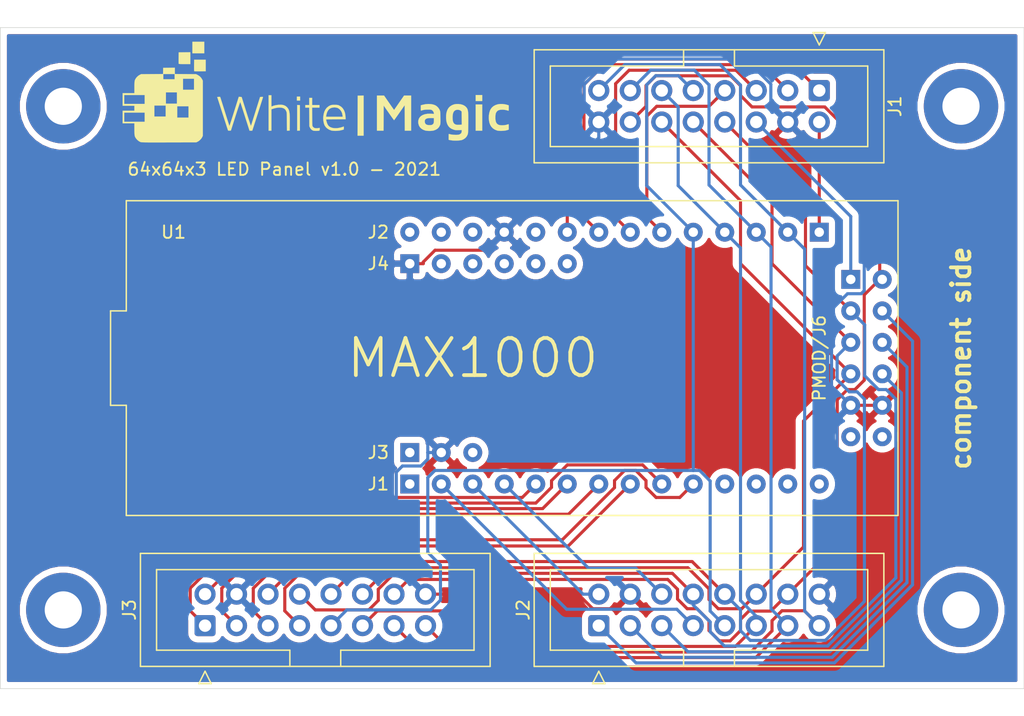
<source format=kicad_pcb>
(kicad_pcb (version 20171130) (host pcbnew "(5.1.10)-1")

  (general
    (thickness 1.6)
    (drawings 6)
    (tracks 270)
    (zones 0)
    (modules 5)
    (nets 28)
  )

  (page A4)
  (layers
    (0 F.Cu signal)
    (31 B.Cu signal)
    (33 F.Adhes user)
    (35 F.Paste user)
    (37 F.SilkS user)
    (38 B.Mask user)
    (39 F.Mask user)
    (40 Dwgs.User user)
    (41 Cmts.User user)
    (42 Eco1.User user)
    (43 Eco2.User user)
    (44 Edge.Cuts user)
    (45 Margin user)
    (46 B.CrtYd user)
    (47 F.CrtYd user)
    (49 F.Fab user)
  )

  (setup
    (last_trace_width 0.25)
    (trace_clearance 0.2)
    (zone_clearance 0.508)
    (zone_45_only no)
    (trace_min 0.2)
    (via_size 0.8)
    (via_drill 0.4)
    (via_min_size 0.4)
    (via_min_drill 0.3)
    (uvia_size 0.3)
    (uvia_drill 0.1)
    (uvias_allowed no)
    (uvia_min_size 0.2)
    (uvia_min_drill 0.1)
    (edge_width 0.05)
    (segment_width 0.2)
    (pcb_text_width 0.3)
    (pcb_text_size 1.5 1.5)
    (mod_edge_width 0.12)
    (mod_text_size 1 1)
    (mod_text_width 0.15)
    (pad_size 1.524 1.524)
    (pad_drill 0.762)
    (pad_to_mask_clearance 0)
    (aux_axis_origin 0 0)
    (visible_elements 7FFFFFFF)
    (pcbplotparams
      (layerselection 0x010e0_ffffffff)
      (usegerberextensions false)
      (usegerberattributes true)
      (usegerberadvancedattributes true)
      (creategerberjobfile true)
      (excludeedgelayer true)
      (linewidth 0.100000)
      (plotframeref false)
      (viasonmask false)
      (mode 1)
      (useauxorigin false)
      (hpglpennumber 1)
      (hpglpenspeed 20)
      (hpglpendiameter 15.000000)
      (psnegative false)
      (psa4output false)
      (plotreference true)
      (plotvalue true)
      (plotinvisibletext false)
      (padsonsilk false)
      (subtractmaskfromsilk false)
      (outputformat 1)
      (mirror false)
      (drillshape 0)
      (scaleselection 1)
      (outputdirectory "gerber/"))
  )

  (net 0 "")
  (net 1 /m6)
  (net 2 /m7)
  (net 3 /m8)
  (net 4 /m9)
  (net 5 /m10)
  (net 6 /m11)
  (net 7 /m12)
  (net 8 /m13)
  (net 9 /m14)
  (net 10 /gnd)
  (net 11 /m15)
  (net 12 /m16)
  (net 13 /m17)
  (net 14 /m18)
  (net 15 /m19)
  (net 16 /m25)
  (net 17 /m24)
  (net 18 /m23)
  (net 19 /m22)
  (net 20 /m21)
  (net 21 /m20)
  (net 22 /m26)
  (net 23 /m27)
  (net 24 /m28)
  (net 25 /m29)
  (net 26 /m30)
  (net 27 /m31)

  (net_class Default "This is the default net class."
    (clearance 0.2)
    (trace_width 0.25)
    (via_dia 0.8)
    (via_drill 0.4)
    (uvia_dia 0.3)
    (uvia_drill 0.1)
    (add_net /gnd)
    (add_net /m10)
    (add_net /m11)
    (add_net /m12)
    (add_net /m13)
    (add_net /m14)
    (add_net /m15)
    (add_net /m16)
    (add_net /m17)
    (add_net /m18)
    (add_net /m19)
    (add_net /m20)
    (add_net /m21)
    (add_net /m22)
    (add_net /m23)
    (add_net /m24)
    (add_net /m25)
    (add_net /m26)
    (add_net /m27)
    (add_net /m28)
    (add_net /m29)
    (add_net /m30)
    (add_net /m31)
    (add_net /m6)
    (add_net /m7)
    (add_net /m8)
    (add_net /m9)
  )

  (module CustomGraphics:whitemagic_logo (layer F.Cu) (tedit 60F34B58) (tstamp 60F3A6AB)
    (at 124.46 66.04)
    (fp_text reference Ref** (at 0 0) (layer F.SilkS) hide
      (effects (font (size 1.27 1.27) (thickness 0.15)))
    )
    (fp_text value Val** (at 0 0) (layer F.SilkS) hide
      (effects (font (size 1.27 1.27) (thickness 0.15)))
    )
    (fp_poly (pts (xy -11.324167 -1.335304) (xy -10.471706 -1.329111) (xy -9.619246 -1.322917) (xy -9.477987 -1.253347)
      (xy -9.326078 -1.155485) (xy -9.201534 -1.025936) (xy -9.119538 -0.89358) (xy -9.069917 -0.79375)
      (xy -9.069917 3.65125) (xy -9.116045 3.751098) (xy -9.186836 3.867044) (xy -9.285539 3.979006)
      (xy -9.39883 4.073411) (xy -9.480031 4.121951) (xy -9.599083 4.180417) (xy -11.800417 4.184807)
      (xy -12.153598 4.185502) (xy -12.466969 4.186064) (xy -12.743053 4.18645) (xy -12.984372 4.186617)
      (xy -13.193451 4.186521) (xy -13.372811 4.186119) (xy -13.524976 4.185366) (xy -13.652469 4.184218)
      (xy -13.757813 4.182634) (xy -13.843531 4.180568) (xy -13.912146 4.177977) (xy -13.966182 4.174817)
      (xy -14.00816 4.171045) (xy -14.040604 4.166617) (xy -14.066037 4.16149) (xy -14.086983 4.155619)
      (xy -14.105963 4.148962) (xy -14.117055 4.144727) (xy -14.22992 4.084106) (xy -14.341276 3.994566)
      (xy -14.439848 3.887478) (xy -14.514362 3.774212) (xy -14.538917 3.719247) (xy -14.553683 3.675655)
      (xy -14.564831 3.631757) (xy -14.572861 3.580896) (xy -14.578274 3.516416) (xy -14.58157 3.431659)
      (xy -14.583248 3.319968) (xy -14.583808 3.174686) (xy -14.583833 3.121289) (xy -14.583833 2.645833)
      (xy -15.536333 2.645833) (xy -15.536333 1.778) (xy -15.409333 1.778) (xy -15.409333 2.518833)
      (xy -13.758333 2.518833) (xy -13.758333 1.778) (xy -15.409333 1.778) (xy -15.536333 1.778)
      (xy -15.536333 1.629833) (xy -14.583833 1.629833) (xy -14.583833 1.227667) (xy -15.536333 1.227667)
      (xy -15.536333 1.2065) (xy -12.975167 1.2065) (xy -12.975167 2.0955) (xy -12.065 2.0955)
      (xy -12.065 1.27) (xy -11.133667 1.27) (xy -11.133667 2.180167) (xy -10.2235 2.180167)
      (xy -10.2235 1.27) (xy -11.133667 1.27) (xy -12.065 1.27) (xy -12.065 1.2065)
      (xy -12.975167 1.2065) (xy -15.536333 1.2065) (xy -15.536333 0.359833) (xy -15.409333 0.359833)
      (xy -15.409333 1.0795) (xy -13.758333 1.0795) (xy -13.758333 0.359833) (xy -15.409333 0.359833)
      (xy -15.536333 0.359833) (xy -15.536333 0.211667) (xy -14.583833 0.211667) (xy -14.583833 0.148167)
      (xy -12.043833 0.148167) (xy -12.043833 1.058333) (xy -11.154833 1.058333) (xy -11.154833 0.148167)
      (xy -12.043833 0.148167) (xy -14.583833 0.148167) (xy -14.583833 -0.263789) (xy -14.583508 -0.421172)
      (xy -14.582208 -0.542812) (xy -14.579445 -0.635298) (xy -14.574732 -0.705219) (xy -14.567582 -0.759161)
      (xy -14.557508 -0.803715) (xy -14.544022 -0.845468) (xy -14.540006 -0.856385) (xy -14.475303 -0.979892)
      (xy -14.379793 -1.098476) (xy -14.264426 -1.200257) (xy -14.167629 -1.260374) (xy -14.044083 -1.322917)
      (xy -13.161038 -1.32928) (xy -12.575394 -1.3335) (xy -12.2555 -1.3335) (xy -12.2555 -0.910167)
      (xy -11.345333 -0.910167) (xy -11.345333 -0.9525) (xy -10.668 -0.9525) (xy -10.668 -0.0635)
      (xy -9.779 -0.0635) (xy -9.779 -0.9525) (xy -10.668 -0.9525) (xy -11.345333 -0.9525)
      (xy -11.345333 -1.3335) (xy -12.2555 -1.3335) (xy -12.575394 -1.3335) (xy -12.277992 -1.335643)
      (xy -12.272038 -1.58328) (xy -12.266083 -1.830917) (xy -11.795125 -1.836613) (xy -11.324167 -1.84231)
      (xy -11.324167 -1.335304)) (layer F.SilkS) (width 0.01))
    (fp_poly (pts (xy 11.557 1.086294) (xy 11.751951 1.112503) (xy 11.915854 1.16347) (xy 12.053086 1.240776)
      (xy 12.108182 1.285366) (xy 12.160684 1.335143) (xy 12.204882 1.384855) (xy 12.241434 1.43847)
      (xy 12.270996 1.499956) (xy 12.294222 1.573283) (xy 12.31177 1.662418) (xy 12.324295 1.771331)
      (xy 12.332453 1.90399) (xy 12.3369 2.064363) (xy 12.338292 2.256419) (xy 12.337285 2.484126)
      (xy 12.335569 2.661009) (xy 12.333097 2.8677) (xy 12.330515 3.036621) (xy 12.32758 3.172334)
      (xy 12.324053 3.279403) (xy 12.319692 3.36239) (xy 12.314256 3.425858) (xy 12.307505 3.474371)
      (xy 12.299196 3.51249) (xy 12.28909 3.544779) (xy 12.288861 3.545417) (xy 12.211992 3.700786)
      (xy 12.103321 3.828341) (xy 11.962606 3.928315) (xy 11.838055 3.984549) (xy 11.749447 4.007082)
      (xy 11.62934 4.023724) (xy 11.488191 4.034206) (xy 11.336459 4.038261) (xy 11.184602 4.035623)
      (xy 11.043077 4.026024) (xy 10.922344 4.009196) (xy 10.916708 4.008094) (xy 10.752667 3.97545)
      (xy 10.752667 3.73171) (xy 10.753161 3.627233) (xy 10.755358 3.558469) (xy 10.760328 3.518802)
      (xy 10.769139 3.501617) (xy 10.782862 3.500298) (xy 10.789708 3.502628) (xy 10.8866 3.531043)
      (xy 11.01117 3.553289) (xy 11.151018 3.568557) (xy 11.293745 3.576036) (xy 11.426951 3.574915)
      (xy 11.538239 3.564385) (xy 11.584586 3.554575) (xy 11.656376 3.524092) (xy 11.723405 3.479781)
      (xy 11.728547 3.475318) (xy 11.768955 3.430635) (xy 11.791673 3.377911) (xy 11.804045 3.300754)
      (xy 11.816087 3.183091) (xy 11.561156 3.19218) (xy 11.442084 3.195134) (xy 11.352525 3.193403)
      (xy 11.27981 3.185866) (xy 11.211268 3.171399) (xy 11.158997 3.15655) (xy 10.98504 3.086109)
      (xy 10.841352 2.988957) (xy 10.727065 2.863783) (xy 10.641311 2.709278) (xy 10.583224 2.52413)
      (xy 10.551935 2.307031) (xy 10.547543 2.233083) (xy 10.548471 2.169583) (xy 11.070167 2.169583)
      (xy 11.078804 2.353285) (xy 11.106386 2.500317) (xy 11.155416 2.613018) (xy 11.228397 2.693727)
      (xy 11.327834 2.744784) (xy 11.45623 2.76853) (xy 11.616089 2.767304) (xy 11.700891 2.758997)
      (xy 11.813032 2.745529) (xy 11.806724 2.217661) (xy 11.800417 1.689793) (xy 11.733218 1.629785)
      (xy 11.661902 1.583115) (xy 11.570527 1.558107) (xy 11.552127 1.555548) (xy 11.414444 1.553137)
      (xy 11.300652 1.583781) (xy 11.21023 1.648143) (xy 11.142658 1.746888) (xy 11.097414 1.880679)
      (xy 11.073978 2.05018) (xy 11.070167 2.169583) (xy 10.548471 2.169583) (xy 10.551192 1.983559)
      (xy 10.584154 1.763892) (xy 10.646327 1.574316) (xy 10.737605 1.415066) (xy 10.857887 1.286375)
      (xy 11.007068 1.188479) (xy 11.009487 1.187265) (xy 11.169655 1.122607) (xy 11.334692 1.089019)
      (xy 11.517668 1.084091) (xy 11.557 1.086294)) (layer F.SilkS) (width 0.01))
    (fp_poly (pts (xy 3.894667 3.640667) (xy 3.407569 3.640667) (xy 3.412993 2.026708) (xy 3.418417 0.41275)
      (xy 3.894667 0.40078) (xy 3.894667 3.640667)) (layer F.SilkS) (width 0.01))
    (fp_poly (pts (xy -0.254 1.164167) (xy 0.338667 1.164167) (xy 0.338667 1.375833) (xy -0.2565 1.375833)
      (xy -0.249958 2.115153) (xy -0.248121 2.311995) (xy -0.246264 2.470984) (xy -0.244105 2.596602)
      (xy -0.241363 2.69333) (xy -0.237753 2.765649) (xy -0.232995 2.818038) (xy -0.226805 2.854979)
      (xy -0.2189 2.880952) (xy -0.208999 2.900439) (xy -0.199579 2.914195) (xy -0.126275 2.988137)
      (xy -0.035292 3.02997) (xy 0.08005 3.042271) (xy 0.127 3.040108) (xy 0.206994 3.032308)
      (xy 0.276082 3.022684) (xy 0.313411 3.014828) (xy 0.341364 3.00881) (xy 0.355071 3.018739)
      (xy 0.358404 3.053681) (xy 0.355744 3.113891) (xy 0.350237 3.180177) (xy 0.339125 3.215991)
      (xy 0.315892 3.233185) (xy 0.28575 3.24117) (xy 0.219317 3.249731) (xy 0.129983 3.254167)
      (xy 0.032251 3.254564) (xy -0.059377 3.251006) (xy -0.130399 3.24358) (xy -0.153161 3.238591)
      (xy -0.269843 3.185439) (xy -0.359966 3.102104) (xy -0.417021 3.009863) (xy -0.47625 2.88925)
      (xy -0.483181 2.132542) (xy -0.490112 1.375833) (xy -0.804333 1.375833) (xy -0.804333 1.164167)
      (xy -0.486833 1.164167) (xy -0.486833 0.592667) (xy -0.254 0.592667) (xy -0.254 1.164167)) (layer F.SilkS) (width 0.01))
    (fp_poly (pts (xy 1.667572 1.154414) (xy 1.748146 1.158018) (xy 1.808543 1.166062) (xy 1.859836 1.180212)
      (xy 1.913094 1.202134) (xy 1.929874 1.209895) (xy 2.08585 1.305532) (xy 2.214382 1.432693)
      (xy 2.314756 1.590076) (xy 2.386255 1.776376) (xy 2.428164 1.990291) (xy 2.439027 2.137833)
      (xy 2.44475 2.31775) (xy 1.655953 2.323299) (xy 0.867156 2.328849) (xy 0.880247 2.386799)
      (xy 0.923594 2.555226) (xy 0.971052 2.687584) (xy 1.026521 2.790139) (xy 1.093901 2.869155)
      (xy 1.177091 2.930897) (xy 1.239424 2.963769) (xy 1.391281 3.014228) (xy 1.56782 3.03736)
      (xy 1.761719 3.033545) (xy 1.965658 3.003166) (xy 2.172314 2.946605) (xy 2.271262 2.909889)
      (xy 2.292346 2.905269) (xy 2.30288 2.919041) (xy 2.305322 2.95964) (xy 2.303012 3.018841)
      (xy 2.296583 3.14325) (xy 2.12725 3.192514) (xy 1.987152 3.223952) (xy 1.827507 3.244644)
      (xy 1.661311 3.254119) (xy 1.50156 3.251908) (xy 1.361253 3.237542) (xy 1.291167 3.222719)
      (xy 1.118767 3.157583) (xy 0.967659 3.063818) (xy 0.8437 2.946137) (xy 0.752749 2.809255)
      (xy 0.737945 2.777483) (xy 0.688217 2.628572) (xy 0.654522 2.456252) (xy 0.639471 2.27726)
      (xy 0.64137 2.157799) (xy 0.646553 2.116667) (xy 0.867333 2.116667) (xy 2.207213 2.116667)
      (xy 2.195905 1.991957) (xy 2.164742 1.837265) (xy 2.103354 1.693539) (xy 2.016969 1.567947)
      (xy 1.910814 1.467663) (xy 1.790118 1.399855) (xy 1.755604 1.388013) (xy 1.593973 1.359343)
      (xy 1.431059 1.365969) (xy 1.2773 1.406517) (xy 1.162296 1.466159) (xy 1.067412 1.553375)
      (xy 0.987431 1.675252) (xy 0.925357 1.825826) (xy 0.884193 1.999132) (xy 0.880009 2.026708)
      (xy 0.867333 2.116667) (xy 0.646553 2.116667) (xy 0.671697 1.917136) (xy 0.730013 1.707749)
      (xy 0.816206 1.529844) (xy 0.930162 1.383624) (xy 1.071767 1.269294) (xy 1.160809 1.220358)
      (xy 1.223531 1.191809) (xy 1.275928 1.172811) (xy 1.329455 1.16143) (xy 1.395562 1.155727)
      (xy 1.485704 1.153768) (xy 1.55575 1.153583) (xy 1.667572 1.154414)) (layer F.SilkS) (width 0.01))
    (fp_poly (pts (xy 9.319284 1.092374) (xy 9.510327 1.127564) (xy 9.666287 1.18372) (xy 9.79419 1.2648)
      (xy 9.909083 1.37657) (xy 10.000236 1.507446) (xy 10.036308 1.583232) (xy 10.051907 1.625481)
      (xy 10.063901 1.667905) (xy 10.072886 1.717013) (xy 10.079458 1.779316) (xy 10.084215 1.861325)
      (xy 10.087753 1.969552) (xy 10.090669 2.110506) (xy 10.09201 2.190843) (xy 10.094288 2.348855)
      (xy 10.095166 2.471005) (xy 10.094257 2.563752) (xy 10.091172 2.633554) (xy 10.085523 2.68687)
      (xy 10.076922 2.73016) (xy 10.06498 2.769882) (xy 10.055645 2.795772) (xy 9.980147 2.94194)
      (xy 9.87284 3.061048) (xy 9.733037 3.153666) (xy 9.560054 3.220359) (xy 9.534843 3.22722)
      (xy 9.428312 3.245884) (xy 9.296134 3.255772) (xy 9.153785 3.256918) (xy 9.01674 3.249356)
      (xy 8.900475 3.233121) (xy 8.868833 3.22574) (xy 8.691356 3.160282) (xy 8.545287 3.068004)
      (xy 8.431933 2.950372) (xy 8.352599 2.808851) (xy 8.308593 2.644907) (xy 8.302346 2.589983)
      (xy 8.305732 2.480437) (xy 8.8265 2.480437) (xy 8.840852 2.596259) (xy 8.884776 2.684126)
      (xy 8.959572 2.745029) (xy 9.066542 2.779957) (xy 9.206988 2.789899) (xy 9.232529 2.789241)
      (xy 9.328949 2.782577) (xy 9.395312 2.769293) (xy 9.443719 2.746651) (xy 9.454779 2.738951)
      (xy 9.505664 2.693229) (xy 9.53897 2.639815) (xy 9.558001 2.568951) (xy 9.566066 2.47088)
      (xy 9.567021 2.407708) (xy 9.567333 2.2225) (xy 9.456208 2.21813) (xy 9.265843 2.216164)
      (xy 9.113394 2.22752) (xy 8.996251 2.253285) (xy 8.911801 2.294546) (xy 8.857434 2.352393)
      (xy 8.83054 2.427912) (xy 8.8265 2.480437) (xy 8.305732 2.480437) (xy 8.307427 2.425616)
      (xy 8.34925 2.279903) (xy 8.425958 2.154112) (xy 8.535696 2.049509) (xy 8.676607 1.967363)
      (xy 8.846835 1.908939) (xy 9.044523 1.875507) (xy 9.267815 1.868333) (xy 9.353407 1.872376)
      (xy 9.573398 1.887071) (xy 9.56108 1.811168) (xy 9.524448 1.707748) (xy 9.455751 1.61884)
      (xy 9.391039 1.571305) (xy 9.351431 1.554641) (xy 9.299475 1.543777) (xy 9.226413 1.537738)
      (xy 9.123485 1.535547) (xy 9.069917 1.535537) (xy 8.890191 1.542103) (xy 8.740381 1.561477)
      (xy 8.609542 1.595404) (xy 8.546042 1.6191) (xy 8.529524 1.622529) (xy 8.518787 1.611922)
      (xy 8.512606 1.580429) (xy 8.509754 1.521203) (xy 8.509006 1.427396) (xy 8.509 1.412167)
      (xy 8.509 1.189971) (xy 8.681462 1.143436) (xy 8.895916 1.099944) (xy 9.111502 1.083045)
      (xy 9.319284 1.092374)) (layer F.SilkS) (width 0.01))
    (fp_poly (pts (xy 15.111633 1.085196) (xy 15.335537 1.118512) (xy 15.488708 1.15879) (xy 15.599833 1.193064)
      (xy 15.599833 1.413917) (xy 15.599521 1.512329) (xy 15.597499 1.575503) (xy 15.592137 1.610533)
      (xy 15.581803 1.624513) (xy 15.564869 1.62454) (xy 15.552208 1.621194) (xy 15.423638 1.586417)
      (xy 15.320272 1.563798) (xy 15.227539 1.551009) (xy 15.130866 1.545723) (xy 15.076123 1.545167)
      (xy 14.923837 1.552854) (xy 14.804533 1.578159) (xy 14.711332 1.624443) (xy 14.637355 1.69507)
      (xy 14.578199 1.788583) (xy 14.556004 1.842241) (xy 14.5407 1.908773) (xy 14.53054 1.998427)
      (xy 14.524523 2.103242) (xy 14.52478 2.294983) (xy 14.544309 2.451367) (xy 14.584268 2.5753)
      (xy 14.645818 2.669689) (xy 14.730117 2.737438) (xy 14.788639 2.765191) (xy 14.91009 2.795538)
      (xy 15.057348 2.806195) (xy 15.219116 2.797859) (xy 15.3841 2.771224) (xy 15.541001 2.726985)
      (xy 15.567298 2.717289) (xy 15.581893 2.7169) (xy 15.591421 2.733563) (xy 15.596902 2.77391)
      (xy 15.599358 2.844576) (xy 15.599833 2.928468) (xy 15.599833 3.152132) (xy 15.456958 3.197673)
      (xy 15.349704 3.223148) (xy 15.217614 3.241465) (xy 15.073314 3.252129) (xy 14.929426 3.254645)
      (xy 14.798575 3.248519) (xy 14.693385 3.233254) (xy 14.674099 3.228385) (xy 14.486143 3.156648)
      (xy 14.328724 3.055706) (xy 14.201425 2.925227) (xy 14.114571 2.786877) (xy 14.048593 2.616323)
      (xy 14.007354 2.422224) (xy 13.990706 2.21501) (xy 13.998498 2.00511) (xy 14.030583 1.802956)
      (xy 14.08681 1.618975) (xy 14.132681 1.520531) (xy 14.233891 1.377303) (xy 14.36483 1.261023)
      (xy 14.521785 1.172683) (xy 14.701046 1.113271) (xy 14.898899 1.083779) (xy 15.111633 1.085196)) (layer F.SilkS) (width 0.01))
    (fp_poly (pts (xy -5.940309 0.518583) (xy -5.568913 1.700276) (xy -5.501532 1.913658) (xy -5.437742 2.113718)
      (xy -5.378677 2.29703) (xy -5.325471 2.460164) (xy -5.27926 2.599694) (xy -5.241177 2.71219)
      (xy -5.212356 2.794226) (xy -5.193933 2.842372) (xy -5.187165 2.853859) (xy -5.179079 2.82898)
      (xy -5.159498 2.767401) (xy -5.129587 2.672815) (xy -5.090509 2.548919) (xy -5.043428 2.399408)
      (xy -4.989508 2.227977) (xy -4.929912 2.038322) (xy -4.865806 1.834138) (xy -4.814988 1.672167)
      (xy -4.453164 0.518583) (xy -4.332665 0.512235) (xy -4.267722 0.511282) (xy -4.223974 0.515366)
      (xy -4.212167 0.521437) (xy -4.21848 0.543927) (xy -4.236641 0.603021) (xy -4.26548 0.695043)
      (xy -4.30383 0.816314) (xy -4.350522 0.963156) (xy -4.404386 1.131891) (xy -4.464256 1.318841)
      (xy -4.528961 1.520329) (xy -4.573978 1.660201) (xy -4.644009 1.877614) (xy -4.712269 2.089544)
      (xy -4.777259 2.291334) (xy -4.83748 2.47833) (xy -4.891433 2.645878) (xy -4.937619 2.789321)
      (xy -4.974539 2.904005) (xy -5.000694 2.985275) (xy -5.008955 3.010958) (xy -5.08212 3.2385)
      (xy -5.30299 3.2385) (xy -5.670498 2.090208) (xy -5.738382 1.878584) (xy -5.80269 1.679041)
      (xy -5.862227 1.495222) (xy -5.915798 1.330774) (xy -5.962208 1.18934) (xy -6.000264 1.074565)
      (xy -6.028769 0.990093) (xy -6.046529 0.93957) (xy -6.052089 0.926139) (xy -6.060897 0.942788)
      (xy -6.081266 0.996307) (xy -6.112019 1.083192) (xy -6.151979 1.199942) (xy -6.199972 1.343055)
      (xy -6.254819 1.509027) (xy -6.315345 1.694356) (xy -6.380373 1.89554) (xy -6.435992 2.069139)
      (xy -6.805812 3.227917) (xy -6.916809 3.234323) (xy -6.984918 3.23553) (xy -7.022502 3.227197)
      (xy -7.040838 3.206474) (xy -7.042453 3.202573) (xy -7.051325 3.176291) (xy -7.072044 3.11317)
      (xy -7.103491 3.016667) (xy -7.144544 2.890241) (xy -7.194084 2.73735) (xy -7.25099 2.561453)
      (xy -7.314142 2.366008) (xy -7.382421 2.154473) (xy -7.454705 1.930308) (xy -7.483323 1.8415)
      (xy -7.909547 0.518583) (xy -7.794124 0.512164) (xy -7.728904 0.51) (xy -7.683418 0.511237)
      (xy -7.670448 0.513997) (xy -7.662806 0.535152) (xy -7.643727 0.593136) (xy -7.61435 0.684354)
      (xy -7.575814 0.805213) (xy -7.529259 0.952121) (xy -7.475824 1.121481) (xy -7.416648 1.309703)
      (xy -7.352871 1.513191) (xy -7.297642 1.689875) (xy -7.230922 1.902973) (xy -7.16777 2.103523)
      (xy -7.109331 2.287964) (xy -7.056751 2.452734) (xy -7.011175 2.594273) (xy -6.973749 2.709017)
      (xy -6.94562 2.793407) (xy -6.927933 2.843881) (xy -6.922003 2.857465) (xy -6.913807 2.83785)
      (xy -6.894115 2.781379) (xy -6.864078 2.6916) (xy -6.824845 2.572057) (xy -6.777568 2.426296)
      (xy -6.723398 2.257862) (xy -6.663485 2.0703) (xy -6.59898 1.867156) (xy -6.5405 1.682027)
      (xy -6.170083 0.506623) (xy -5.940309 0.518583)) (layer F.SilkS) (width 0.01))
    (fp_poly (pts (xy -3.534833 1.291735) (xy -3.455458 1.258331) (xy -3.311467 1.20931) (xy -3.149062 1.173172)
      (xy -2.979634 1.150932) (xy -2.814572 1.143605) (xy -2.665266 1.152207) (xy -2.544876 1.177176)
      (xy -2.395357 1.246881) (xy -2.270716 1.350082) (xy -2.174609 1.483642) (xy -2.16412 1.50363)
      (xy -2.134148 1.571143) (xy -2.109754 1.646225) (xy -2.090509 1.733481) (xy -2.075984 1.837515)
      (xy -2.065748 1.962933) (xy -2.059372 2.114339) (xy -2.056428 2.29634) (xy -2.056485 2.513539)
      (xy -2.057599 2.645833) (xy -2.06375 3.227917) (xy -2.1734 3.234263) (xy -2.283051 3.24061)
      (xy -2.289817 2.504013) (xy -2.291708 2.307553) (xy -2.293606 2.148666) (xy -2.295821 2.022594)
      (xy -2.298668 1.92458) (xy -2.302457 1.849865) (xy -2.3075 1.793689) (xy -2.314111 1.751296)
      (xy -2.3226 1.717926) (xy -2.33328 1.688822) (xy -2.345017 1.662357) (xy -2.392336 1.57118)
      (xy -2.44094 1.508237) (xy -2.50234 1.460682) (xy -2.549019 1.434749) (xy -2.676764 1.390315)
      (xy -2.831626 1.371184) (xy -3.006893 1.377203) (xy -3.195855 1.408221) (xy -3.35901 1.453078)
      (xy -3.534833 1.510294) (xy -3.534833 3.2385) (xy -3.767667 3.2385) (xy -3.767667 0.381)
      (xy -3.534833 0.381) (xy -3.534833 1.291735)) (layer F.SilkS) (width 0.01))
    (fp_poly (pts (xy -1.23825 1.17475) (xy -1.23825 3.227917) (xy -1.349375 3.234314) (xy -1.4605 3.240712)
      (xy -1.4605 1.161954) (xy -1.23825 1.17475)) (layer F.SilkS) (width 0.01))
    (fp_poly (pts (xy 5.875593 0.883708) (xy 5.966943 1.01574) (xy 6.054197 1.141541) (xy 6.133339 1.255346)
      (xy 6.200353 1.351387) (xy 6.251224 1.4239) (xy 6.281224 1.466133) (xy 6.354107 1.567017)
      (xy 6.756882 0.984592) (xy 7.159656 0.402167) (xy 7.725833 0.402167) (xy 7.725833 3.2385)
      (xy 7.218236 3.2385) (xy 7.212743 2.211005) (xy 7.20725 1.183511) (xy 6.786581 1.787672)
      (xy 6.68794 1.928794) (xy 6.596746 2.05822) (xy 6.515842 2.171993) (xy 6.448073 2.266156)
      (xy 6.396285 2.336751) (xy 6.363322 2.379821) (xy 6.352249 2.391833) (xy 6.337334 2.375108)
      (xy 6.301176 2.327596) (xy 6.246662 2.253297) (xy 6.176677 2.156207) (xy 6.094107 2.040324)
      (xy 6.00184 1.909645) (xy 5.926252 1.801813) (xy 5.513917 1.211794) (xy 5.502927 3.2385)
      (xy 4.974167 3.2385) (xy 4.974167 0.402167) (xy 5.542845 0.402167) (xy 5.875593 0.883708)) (layer F.SilkS) (width 0.01))
    (fp_poly (pts (xy 13.462 3.2385) (xy 12.932833 3.2385) (xy 12.932833 1.121833) (xy 13.462 1.121833)
      (xy 13.462 3.2385)) (layer F.SilkS) (width 0.01))
    (fp_poly (pts (xy 13.462 0.846667) (xy 12.932833 0.846667) (xy 12.932833 0.359833) (xy 13.462 0.359833)
      (xy 13.462 0.846667)) (layer F.SilkS) (width 0.01))
    (fp_poly (pts (xy -1.227667 0.804333) (xy -1.481667 0.804333) (xy -1.481667 0.486833) (xy -1.227667 0.486833)
      (xy -1.227667 0.804333)) (layer F.SilkS) (width 0.01))
    (fp_poly (pts (xy -8.837083 -1.55575) (xy -9.297964 -1.550044) (xy -9.456119 -1.54861) (xy -9.576444 -1.548865)
      (xy -9.663416 -1.551016) (xy -9.721512 -1.55527) (xy -9.75521 -1.561832) (xy -9.768987 -1.570909)
      (xy -9.769366 -1.571758) (xy -9.772249 -1.600364) (xy -9.774284 -1.66459) (xy -9.775403 -1.757731)
      (xy -9.775536 -1.873081) (xy -9.774617 -2.003934) (xy -9.774152 -2.04313) (xy -9.768417 -2.487083)
      (xy -8.837083 -2.487083) (xy -8.837083 -1.55575)) (layer F.SilkS) (width 0.01))
    (fp_poly (pts (xy -10.075333 -2.137833) (xy -10.541664 -2.137833) (xy -10.702464 -2.138405) (xy -10.825141 -2.140277)
      (xy -10.913893 -2.143687) (xy -10.97292 -2.148874) (xy -11.006417 -2.156076) (xy -11.018358 -2.164839)
      (xy -11.021194 -2.193316) (xy -11.023187 -2.257421) (xy -11.024271 -2.350458) (xy -11.024381 -2.465727)
      (xy -11.023451 -2.596531) (xy -11.022986 -2.635797) (xy -11.01725 -3.07975) (xy -10.546292 -3.085447)
      (xy -10.075333 -3.091143) (xy -10.075333 -2.137833)) (layer F.SilkS) (width 0.01))
    (fp_poly (pts (xy -8.9535 -3.005667) (xy -9.906 -3.005667) (xy -9.906 -3.937) (xy -8.9535 -3.937)
      (xy -8.9535 -3.005667)) (layer F.SilkS) (width 0.01))
  )

  (module Connector_IDC:IDC-Header_2x08_P2.54mm_Vertical (layer F.Cu) (tedit 5EAC9A07) (tstamp 60F335C1)
    (at 165.1 66.04 270)
    (descr "Through hole IDC box header, 2x08, 2.54mm pitch, DIN 41651 / IEC 60603-13, double rows, https://docs.google.com/spreadsheets/d/16SsEcesNF15N3Lb4niX7dcUr-NY5_MFPQhobNuNppn4/edit#gid=0")
    (tags "Through hole vertical IDC box header THT 2x08 2.54mm double row")
    (path /60FB8AE7)
    (fp_text reference J1 (at 1.27 -6.1 90) (layer F.SilkS)
      (effects (font (size 1 1) (thickness 0.15)))
    )
    (fp_text value Conn_02x08_Odd_Even (at 1.27 23.88 90) (layer F.Fab)
      (effects (font (size 1 1) (thickness 0.15)))
    )
    (fp_line (start -3.18 -4.1) (end -2.18 -5.1) (layer F.Fab) (width 0.1))
    (fp_line (start -2.18 -5.1) (end 5.72 -5.1) (layer F.Fab) (width 0.1))
    (fp_line (start 5.72 -5.1) (end 5.72 22.88) (layer F.Fab) (width 0.1))
    (fp_line (start 5.72 22.88) (end -3.18 22.88) (layer F.Fab) (width 0.1))
    (fp_line (start -3.18 22.88) (end -3.18 -4.1) (layer F.Fab) (width 0.1))
    (fp_line (start -3.18 6.84) (end -1.98 6.84) (layer F.Fab) (width 0.1))
    (fp_line (start -1.98 6.84) (end -1.98 -3.91) (layer F.Fab) (width 0.1))
    (fp_line (start -1.98 -3.91) (end 4.52 -3.91) (layer F.Fab) (width 0.1))
    (fp_line (start 4.52 -3.91) (end 4.52 21.69) (layer F.Fab) (width 0.1))
    (fp_line (start 4.52 21.69) (end -1.98 21.69) (layer F.Fab) (width 0.1))
    (fp_line (start -1.98 21.69) (end -1.98 10.94) (layer F.Fab) (width 0.1))
    (fp_line (start -1.98 10.94) (end -1.98 10.94) (layer F.Fab) (width 0.1))
    (fp_line (start -1.98 10.94) (end -3.18 10.94) (layer F.Fab) (width 0.1))
    (fp_line (start -3.29 -5.21) (end 5.83 -5.21) (layer F.SilkS) (width 0.12))
    (fp_line (start 5.83 -5.21) (end 5.83 22.99) (layer F.SilkS) (width 0.12))
    (fp_line (start 5.83 22.99) (end -3.29 22.99) (layer F.SilkS) (width 0.12))
    (fp_line (start -3.29 22.99) (end -3.29 -5.21) (layer F.SilkS) (width 0.12))
    (fp_line (start -3.29 6.84) (end -1.98 6.84) (layer F.SilkS) (width 0.12))
    (fp_line (start -1.98 6.84) (end -1.98 -3.91) (layer F.SilkS) (width 0.12))
    (fp_line (start -1.98 -3.91) (end 4.52 -3.91) (layer F.SilkS) (width 0.12))
    (fp_line (start 4.52 -3.91) (end 4.52 21.69) (layer F.SilkS) (width 0.12))
    (fp_line (start 4.52 21.69) (end -1.98 21.69) (layer F.SilkS) (width 0.12))
    (fp_line (start -1.98 21.69) (end -1.98 10.94) (layer F.SilkS) (width 0.12))
    (fp_line (start -1.98 10.94) (end -1.98 10.94) (layer F.SilkS) (width 0.12))
    (fp_line (start -1.98 10.94) (end -3.29 10.94) (layer F.SilkS) (width 0.12))
    (fp_line (start -3.68 0) (end -4.68 -0.5) (layer F.SilkS) (width 0.12))
    (fp_line (start -4.68 -0.5) (end -4.68 0.5) (layer F.SilkS) (width 0.12))
    (fp_line (start -4.68 0.5) (end -3.68 0) (layer F.SilkS) (width 0.12))
    (fp_line (start -3.68 -5.6) (end -3.68 23.38) (layer F.CrtYd) (width 0.05))
    (fp_line (start -3.68 23.38) (end 6.22 23.38) (layer F.CrtYd) (width 0.05))
    (fp_line (start 6.22 23.38) (end 6.22 -5.6) (layer F.CrtYd) (width 0.05))
    (fp_line (start 6.22 -5.6) (end -3.68 -5.6) (layer F.CrtYd) (width 0.05))
    (fp_text user %R (at 1.27 8.89) (layer F.Fab)
      (effects (font (size 1 1) (thickness 0.15)))
    )
    (pad 1 thru_hole roundrect (at 0 0 270) (size 1.7 1.7) (drill 1) (layers *.Cu *.Mask) (roundrect_rratio 0.1470588235294118)
      (net 1 /m6))
    (pad 3 thru_hole circle (at 0 2.54 270) (size 1.7 1.7) (drill 1) (layers *.Cu *.Mask)
      (net 2 /m7))
    (pad 5 thru_hole circle (at 0 5.08 270) (size 1.7 1.7) (drill 1) (layers *.Cu *.Mask)
      (net 3 /m8))
    (pad 7 thru_hole circle (at 0 7.62 270) (size 1.7 1.7) (drill 1) (layers *.Cu *.Mask)
      (net 4 /m9))
    (pad 9 thru_hole circle (at 0 10.16 270) (size 1.7 1.7) (drill 1) (layers *.Cu *.Mask)
      (net 5 /m10))
    (pad 11 thru_hole circle (at 0 12.7 270) (size 1.7 1.7) (drill 1) (layers *.Cu *.Mask)
      (net 6 /m11))
    (pad 13 thru_hole circle (at 0 15.24 270) (size 1.7 1.7) (drill 1) (layers *.Cu *.Mask)
      (net 7 /m12))
    (pad 15 thru_hole circle (at 0 17.78 270) (size 1.7 1.7) (drill 1) (layers *.Cu *.Mask)
      (net 8 /m13))
    (pad 2 thru_hole circle (at 2.54 0 270) (size 1.7 1.7) (drill 1) (layers *.Cu *.Mask)
      (net 9 /m14))
    (pad 4 thru_hole circle (at 2.54 2.54 270) (size 1.7 1.7) (drill 1) (layers *.Cu *.Mask)
      (net 10 /gnd))
    (pad 6 thru_hole circle (at 2.54 5.08 270) (size 1.7 1.7) (drill 1) (layers *.Cu *.Mask)
      (net 11 /m15))
    (pad 8 thru_hole circle (at 2.54 7.62 270) (size 1.7 1.7) (drill 1) (layers *.Cu *.Mask)
      (net 12 /m16))
    (pad 10 thru_hole circle (at 2.54 10.16 270) (size 1.7 1.7) (drill 1) (layers *.Cu *.Mask)
      (net 13 /m17))
    (pad 12 thru_hole circle (at 2.54 12.7 270) (size 1.7 1.7) (drill 1) (layers *.Cu *.Mask)
      (net 14 /m18))
    (pad 14 thru_hole circle (at 2.54 15.24 270) (size 1.7 1.7) (drill 1) (layers *.Cu *.Mask)
      (net 15 /m19))
    (pad 16 thru_hole circle (at 2.54 17.78 270) (size 1.7 1.7) (drill 1) (layers *.Cu *.Mask)
      (net 10 /gnd))
    (model ${KISYS3DMOD}/Connector_IDC.3dshapes/IDC-Header_2x08_P2.54mm_Vertical.wrl
      (at (xyz 0 0 0))
      (scale (xyz 1 1 1))
      (rotate (xyz 0 0 0))
    )
  )

  (module Connector_IDC:IDC-Header_2x08_P2.54mm_Vertical (layer F.Cu) (tedit 5EAC9A07) (tstamp 60F335F6)
    (at 147.32 109.22 90)
    (descr "Through hole IDC box header, 2x08, 2.54mm pitch, DIN 41651 / IEC 60603-13, double rows, https://docs.google.com/spreadsheets/d/16SsEcesNF15N3Lb4niX7dcUr-NY5_MFPQhobNuNppn4/edit#gid=0")
    (tags "Through hole vertical IDC box header THT 2x08 2.54mm double row")
    (path /60FBDAAF)
    (fp_text reference J2 (at 1.27 -6.1 90) (layer F.SilkS)
      (effects (font (size 1 1) (thickness 0.15)))
    )
    (fp_text value Conn_02x08_Odd_Even (at 1.27 23.88 90) (layer F.Fab)
      (effects (font (size 1 1) (thickness 0.15)))
    )
    (fp_line (start 6.22 -5.6) (end -3.68 -5.6) (layer F.CrtYd) (width 0.05))
    (fp_line (start 6.22 23.38) (end 6.22 -5.6) (layer F.CrtYd) (width 0.05))
    (fp_line (start -3.68 23.38) (end 6.22 23.38) (layer F.CrtYd) (width 0.05))
    (fp_line (start -3.68 -5.6) (end -3.68 23.38) (layer F.CrtYd) (width 0.05))
    (fp_line (start -4.68 0.5) (end -3.68 0) (layer F.SilkS) (width 0.12))
    (fp_line (start -4.68 -0.5) (end -4.68 0.5) (layer F.SilkS) (width 0.12))
    (fp_line (start -3.68 0) (end -4.68 -0.5) (layer F.SilkS) (width 0.12))
    (fp_line (start -1.98 10.94) (end -3.29 10.94) (layer F.SilkS) (width 0.12))
    (fp_line (start -1.98 10.94) (end -1.98 10.94) (layer F.SilkS) (width 0.12))
    (fp_line (start -1.98 21.69) (end -1.98 10.94) (layer F.SilkS) (width 0.12))
    (fp_line (start 4.52 21.69) (end -1.98 21.69) (layer F.SilkS) (width 0.12))
    (fp_line (start 4.52 -3.91) (end 4.52 21.69) (layer F.SilkS) (width 0.12))
    (fp_line (start -1.98 -3.91) (end 4.52 -3.91) (layer F.SilkS) (width 0.12))
    (fp_line (start -1.98 6.84) (end -1.98 -3.91) (layer F.SilkS) (width 0.12))
    (fp_line (start -3.29 6.84) (end -1.98 6.84) (layer F.SilkS) (width 0.12))
    (fp_line (start -3.29 22.99) (end -3.29 -5.21) (layer F.SilkS) (width 0.12))
    (fp_line (start 5.83 22.99) (end -3.29 22.99) (layer F.SilkS) (width 0.12))
    (fp_line (start 5.83 -5.21) (end 5.83 22.99) (layer F.SilkS) (width 0.12))
    (fp_line (start -3.29 -5.21) (end 5.83 -5.21) (layer F.SilkS) (width 0.12))
    (fp_line (start -1.98 10.94) (end -3.18 10.94) (layer F.Fab) (width 0.1))
    (fp_line (start -1.98 10.94) (end -1.98 10.94) (layer F.Fab) (width 0.1))
    (fp_line (start -1.98 21.69) (end -1.98 10.94) (layer F.Fab) (width 0.1))
    (fp_line (start 4.52 21.69) (end -1.98 21.69) (layer F.Fab) (width 0.1))
    (fp_line (start 4.52 -3.91) (end 4.52 21.69) (layer F.Fab) (width 0.1))
    (fp_line (start -1.98 -3.91) (end 4.52 -3.91) (layer F.Fab) (width 0.1))
    (fp_line (start -1.98 6.84) (end -1.98 -3.91) (layer F.Fab) (width 0.1))
    (fp_line (start -3.18 6.84) (end -1.98 6.84) (layer F.Fab) (width 0.1))
    (fp_line (start -3.18 22.88) (end -3.18 -4.1) (layer F.Fab) (width 0.1))
    (fp_line (start 5.72 22.88) (end -3.18 22.88) (layer F.Fab) (width 0.1))
    (fp_line (start 5.72 -5.1) (end 5.72 22.88) (layer F.Fab) (width 0.1))
    (fp_line (start -2.18 -5.1) (end 5.72 -5.1) (layer F.Fab) (width 0.1))
    (fp_line (start -3.18 -4.1) (end -2.18 -5.1) (layer F.Fab) (width 0.1))
    (fp_text user %R (at 1.27 8.89) (layer F.Fab)
      (effects (font (size 1 1) (thickness 0.15)))
    )
    (pad 16 thru_hole circle (at 2.54 17.78 90) (size 1.7 1.7) (drill 1) (layers *.Cu *.Mask)
      (net 10 /gnd))
    (pad 14 thru_hole circle (at 2.54 15.24 90) (size 1.7 1.7) (drill 1) (layers *.Cu *.Mask)
      (net 15 /m19))
    (pad 12 thru_hole circle (at 2.54 12.7 90) (size 1.7 1.7) (drill 1) (layers *.Cu *.Mask)
      (net 14 /m18))
    (pad 10 thru_hole circle (at 2.54 10.16 90) (size 1.7 1.7) (drill 1) (layers *.Cu *.Mask)
      (net 13 /m17))
    (pad 8 thru_hole circle (at 2.54 7.62 90) (size 1.7 1.7) (drill 1) (layers *.Cu *.Mask)
      (net 12 /m16))
    (pad 6 thru_hole circle (at 2.54 5.08 90) (size 1.7 1.7) (drill 1) (layers *.Cu *.Mask)
      (net 16 /m25))
    (pad 4 thru_hole circle (at 2.54 2.54 90) (size 1.7 1.7) (drill 1) (layers *.Cu *.Mask)
      (net 10 /gnd))
    (pad 2 thru_hole circle (at 2.54 0 90) (size 1.7 1.7) (drill 1) (layers *.Cu *.Mask)
      (net 17 /m24))
    (pad 15 thru_hole circle (at 0 17.78 90) (size 1.7 1.7) (drill 1) (layers *.Cu *.Mask)
      (net 8 /m13))
    (pad 13 thru_hole circle (at 0 15.24 90) (size 1.7 1.7) (drill 1) (layers *.Cu *.Mask)
      (net 7 /m12))
    (pad 11 thru_hole circle (at 0 12.7 90) (size 1.7 1.7) (drill 1) (layers *.Cu *.Mask)
      (net 6 /m11))
    (pad 9 thru_hole circle (at 0 10.16 90) (size 1.7 1.7) (drill 1) (layers *.Cu *.Mask)
      (net 5 /m10))
    (pad 7 thru_hole circle (at 0 7.62 90) (size 1.7 1.7) (drill 1) (layers *.Cu *.Mask)
      (net 18 /m23))
    (pad 5 thru_hole circle (at 0 5.08 90) (size 1.7 1.7) (drill 1) (layers *.Cu *.Mask)
      (net 19 /m22))
    (pad 3 thru_hole circle (at 0 2.54 90) (size 1.7 1.7) (drill 1) (layers *.Cu *.Mask)
      (net 20 /m21))
    (pad 1 thru_hole roundrect (at 0 0 90) (size 1.7 1.7) (drill 1) (layers *.Cu *.Mask) (roundrect_rratio 0.1470588235294118)
      (net 21 /m20))
    (model ${KISYS3DMOD}/Connector_IDC.3dshapes/IDC-Header_2x08_P2.54mm_Vertical.wrl
      (at (xyz 0 0 0))
      (scale (xyz 1 1 1))
      (rotate (xyz 0 0 0))
    )
  )

  (module Connector_IDC:IDC-Header_2x08_P2.54mm_Vertical (layer F.Cu) (tedit 5EAC9A07) (tstamp 60F3362B)
    (at 115.57 109.22 90)
    (descr "Through hole IDC box header, 2x08, 2.54mm pitch, DIN 41651 / IEC 60603-13, double rows, https://docs.google.com/spreadsheets/d/16SsEcesNF15N3Lb4niX7dcUr-NY5_MFPQhobNuNppn4/edit#gid=0")
    (tags "Through hole vertical IDC box header THT 2x08 2.54mm double row")
    (path /60FC03B3)
    (fp_text reference J3 (at 1.27 -6.1 90) (layer F.SilkS)
      (effects (font (size 1 1) (thickness 0.15)))
    )
    (fp_text value Conn_02x08_Odd_Even (at 1.27 23.88 90) (layer F.Fab)
      (effects (font (size 1 1) (thickness 0.15)))
    )
    (fp_line (start -3.18 -4.1) (end -2.18 -5.1) (layer F.Fab) (width 0.1))
    (fp_line (start -2.18 -5.1) (end 5.72 -5.1) (layer F.Fab) (width 0.1))
    (fp_line (start 5.72 -5.1) (end 5.72 22.88) (layer F.Fab) (width 0.1))
    (fp_line (start 5.72 22.88) (end -3.18 22.88) (layer F.Fab) (width 0.1))
    (fp_line (start -3.18 22.88) (end -3.18 -4.1) (layer F.Fab) (width 0.1))
    (fp_line (start -3.18 6.84) (end -1.98 6.84) (layer F.Fab) (width 0.1))
    (fp_line (start -1.98 6.84) (end -1.98 -3.91) (layer F.Fab) (width 0.1))
    (fp_line (start -1.98 -3.91) (end 4.52 -3.91) (layer F.Fab) (width 0.1))
    (fp_line (start 4.52 -3.91) (end 4.52 21.69) (layer F.Fab) (width 0.1))
    (fp_line (start 4.52 21.69) (end -1.98 21.69) (layer F.Fab) (width 0.1))
    (fp_line (start -1.98 21.69) (end -1.98 10.94) (layer F.Fab) (width 0.1))
    (fp_line (start -1.98 10.94) (end -1.98 10.94) (layer F.Fab) (width 0.1))
    (fp_line (start -1.98 10.94) (end -3.18 10.94) (layer F.Fab) (width 0.1))
    (fp_line (start -3.29 -5.21) (end 5.83 -5.21) (layer F.SilkS) (width 0.12))
    (fp_line (start 5.83 -5.21) (end 5.83 22.99) (layer F.SilkS) (width 0.12))
    (fp_line (start 5.83 22.99) (end -3.29 22.99) (layer F.SilkS) (width 0.12))
    (fp_line (start -3.29 22.99) (end -3.29 -5.21) (layer F.SilkS) (width 0.12))
    (fp_line (start -3.29 6.84) (end -1.98 6.84) (layer F.SilkS) (width 0.12))
    (fp_line (start -1.98 6.84) (end -1.98 -3.91) (layer F.SilkS) (width 0.12))
    (fp_line (start -1.98 -3.91) (end 4.52 -3.91) (layer F.SilkS) (width 0.12))
    (fp_line (start 4.52 -3.91) (end 4.52 21.69) (layer F.SilkS) (width 0.12))
    (fp_line (start 4.52 21.69) (end -1.98 21.69) (layer F.SilkS) (width 0.12))
    (fp_line (start -1.98 21.69) (end -1.98 10.94) (layer F.SilkS) (width 0.12))
    (fp_line (start -1.98 10.94) (end -1.98 10.94) (layer F.SilkS) (width 0.12))
    (fp_line (start -1.98 10.94) (end -3.29 10.94) (layer F.SilkS) (width 0.12))
    (fp_line (start -3.68 0) (end -4.68 -0.5) (layer F.SilkS) (width 0.12))
    (fp_line (start -4.68 -0.5) (end -4.68 0.5) (layer F.SilkS) (width 0.12))
    (fp_line (start -4.68 0.5) (end -3.68 0) (layer F.SilkS) (width 0.12))
    (fp_line (start -3.68 -5.6) (end -3.68 23.38) (layer F.CrtYd) (width 0.05))
    (fp_line (start -3.68 23.38) (end 6.22 23.38) (layer F.CrtYd) (width 0.05))
    (fp_line (start 6.22 23.38) (end 6.22 -5.6) (layer F.CrtYd) (width 0.05))
    (fp_line (start 6.22 -5.6) (end -3.68 -5.6) (layer F.CrtYd) (width 0.05))
    (fp_text user %R (at 1.27 8.89) (layer F.Fab)
      (effects (font (size 1 1) (thickness 0.15)))
    )
    (pad 1 thru_hole roundrect (at 0 0 90) (size 1.7 1.7) (drill 1) (layers *.Cu *.Mask) (roundrect_rratio 0.1470588235294118)
      (net 22 /m26))
    (pad 3 thru_hole circle (at 0 2.54 90) (size 1.7 1.7) (drill 1) (layers *.Cu *.Mask)
      (net 23 /m27))
    (pad 5 thru_hole circle (at 0 5.08 90) (size 1.7 1.7) (drill 1) (layers *.Cu *.Mask)
      (net 24 /m28))
    (pad 7 thru_hole circle (at 0 7.62 90) (size 1.7 1.7) (drill 1) (layers *.Cu *.Mask)
      (net 25 /m29))
    (pad 9 thru_hole circle (at 0 10.16 90) (size 1.7 1.7) (drill 1) (layers *.Cu *.Mask)
      (net 5 /m10))
    (pad 11 thru_hole circle (at 0 12.7 90) (size 1.7 1.7) (drill 1) (layers *.Cu *.Mask)
      (net 6 /m11))
    (pad 13 thru_hole circle (at 0 15.24 90) (size 1.7 1.7) (drill 1) (layers *.Cu *.Mask)
      (net 7 /m12))
    (pad 15 thru_hole circle (at 0 17.78 90) (size 1.7 1.7) (drill 1) (layers *.Cu *.Mask)
      (net 8 /m13))
    (pad 2 thru_hole circle (at 2.54 0 90) (size 1.7 1.7) (drill 1) (layers *.Cu *.Mask)
      (net 26 /m30))
    (pad 4 thru_hole circle (at 2.54 2.54 90) (size 1.7 1.7) (drill 1) (layers *.Cu *.Mask)
      (net 10 /gnd))
    (pad 6 thru_hole circle (at 2.54 5.08 90) (size 1.7 1.7) (drill 1) (layers *.Cu *.Mask)
      (net 27 /m31))
    (pad 8 thru_hole circle (at 2.54 7.62 90) (size 1.7 1.7) (drill 1) (layers *.Cu *.Mask)
      (net 12 /m16))
    (pad 10 thru_hole circle (at 2.54 10.16 90) (size 1.7 1.7) (drill 1) (layers *.Cu *.Mask)
      (net 13 /m17))
    (pad 12 thru_hole circle (at 2.54 12.7 90) (size 1.7 1.7) (drill 1) (layers *.Cu *.Mask)
      (net 14 /m18))
    (pad 14 thru_hole circle (at 2.54 15.24 90) (size 1.7 1.7) (drill 1) (layers *.Cu *.Mask)
      (net 15 /m19))
    (pad 16 thru_hole circle (at 2.54 17.78 90) (size 1.7 1.7) (drill 1) (layers *.Cu *.Mask)
      (net 10 /gnd))
    (model ${KISYS3DMOD}/Connector_IDC.3dshapes/IDC-Header_2x08_P2.54mm_Vertical.wrl
      (at (xyz 0 0 0))
      (scale (xyz 1 1 1))
      (rotate (xyz 0 0 0))
    )
  )

  (module CustomModules:MAX1000 (layer F.Cu) (tedit 60F31E60) (tstamp 60F33FE8)
    (at 139.7 87.63)
    (path /60F35EEE)
    (fp_text reference U1 (at -26.67 -10.16) (layer F.SilkS)
      (effects (font (size 1 1) (thickness 0.15)))
    )
    (fp_text value MAX1000 (at -2.54 0) (layer F.SilkS)
      (effects (font (size 3 3) (thickness 0.3)))
    )
    (fp_line (start -30.48 -3.81) (end -30.48 -12.7) (layer F.SilkS) (width 0.12))
    (fp_line (start -31.75 -3.81) (end -30.48 -3.81) (layer F.SilkS) (width 0.12))
    (fp_line (start -31.75 3.81) (end -31.75 -3.81) (layer F.SilkS) (width 0.12))
    (fp_line (start -30.48 3.81) (end -31.75 3.81) (layer F.SilkS) (width 0.12))
    (fp_line (start -30.48 12.7) (end -30.48 3.81) (layer F.SilkS) (width 0.12))
    (fp_line (start 31.75 12.7) (end -30.48 12.7) (layer F.SilkS) (width 0.12))
    (fp_line (start 31.75 -12.7) (end 31.75 12.7) (layer F.SilkS) (width 0.12))
    (fp_line (start -30.48 -12.7) (end 31.75 -12.7) (layer F.SilkS) (width 0.12))
    (fp_text user PMOD/J6 (at 25.4 0 90) (layer F.SilkS)
      (effects (font (size 1 1) (thickness 0.15)))
    )
    (fp_text user J2 (at -10.16 -10.16) (layer F.SilkS)
      (effects (font (size 1 1) (thickness 0.15)))
    )
    (fp_text user J4 (at -10.16 -7.62) (layer F.SilkS)
      (effects (font (size 1 1) (thickness 0.15)))
    )
    (fp_text user J1 (at -10.16 10.16) (layer F.SilkS)
      (effects (font (size 1 1) (thickness 0.15)))
    )
    (fp_text user J3 (at -10.16 7.62) (layer F.SilkS)
      (effects (font (size 1 1) (thickness 0.15)))
    )
    (pad 14 thru_hole rect (at 25.4 -10.16) (size 1.524 1.524) (drill 0.762) (layers *.Cu *.Mask)
      (net 9 /m14))
    (pad 29 thru_hole rect (at 27.94 -6.35) (size 1.524 1.524) (drill 0.762) (layers *.Cu *.Mask)
      (net 11 /m15))
    (pad 35 thru_hole circle (at 30.48 -6.35) (size 1.524 1.524) (drill 0.762) (layers *.Cu *.Mask)
      (net 15 /m19))
    (pad 36 thru_hole circle (at 30.48 -3.81) (size 1.524 1.524) (drill 0.762) (layers *.Cu *.Mask)
      (net 21 /m20))
    (pad 37 thru_hole circle (at 30.48 -1.27) (size 1.524 1.524) (drill 0.762) (layers *.Cu *.Mask)
      (net 20 /m21))
    (pad 38 thru_hole circle (at 30.48 1.27) (size 1.524 1.524) (drill 0.762) (layers *.Cu *.Mask)
      (net 19 /m22))
    (pad 39 thru_hole circle (at 30.48 3.81) (size 1.524 1.524) (drill 0.762) (layers *.Cu *.Mask)
      (net 10 /gnd))
    (pad 40 thru_hole circle (at 30.48 6.35) (size 1.524 1.524) (drill 0.762) (layers *.Cu *.Mask))
    (pad 34 thru_hole circle (at 27.94 6.35) (size 1.524 1.524) (drill 0.762) (layers *.Cu *.Mask))
    (pad 33 thru_hole circle (at 27.94 3.81) (size 1.524 1.524) (drill 0.762) (layers *.Cu *.Mask)
      (net 10 /gnd))
    (pad 32 thru_hole circle (at 27.94 1.27) (size 1.524 1.524) (drill 0.762) (layers *.Cu *.Mask)
      (net 14 /m18))
    (pad 31 thru_hole circle (at 27.94 -1.27) (size 1.524 1.524) (drill 0.762) (layers *.Cu *.Mask)
      (net 13 /m17))
    (pad 30 thru_hole circle (at 27.94 -3.81) (size 1.524 1.524) (drill 0.762) (layers *.Cu *.Mask)
      (net 12 /m16))
    (pad 13 thru_hole circle (at 22.86 -10.16) (size 1.524 1.524) (drill 0.762) (layers *.Cu *.Mask)
      (net 8 /m13))
    (pad 12 thru_hole circle (at 20.32 -10.16) (size 1.524 1.524) (drill 0.762) (layers *.Cu *.Mask)
      (net 7 /m12))
    (pad 11 thru_hole circle (at 17.78 -10.16) (size 1.524 1.524) (drill 0.762) (layers *.Cu *.Mask)
      (net 6 /m11))
    (pad 10 thru_hole circle (at 15.24 -10.16) (size 1.524 1.524) (drill 0.762) (layers *.Cu *.Mask)
      (net 5 /m10))
    (pad 9 thru_hole circle (at 12.7 -10.16) (size 1.524 1.524) (drill 0.762) (layers *.Cu *.Mask)
      (net 4 /m9))
    (pad 8 thru_hole circle (at 10.16 -10.16) (size 1.524 1.524) (drill 0.762) (layers *.Cu *.Mask)
      (net 3 /m8))
    (pad 7 thru_hole circle (at 7.62 -10.16) (size 1.524 1.524) (drill 0.762) (layers *.Cu *.Mask)
      (net 2 /m7))
    (pad 6 thru_hole circle (at 5.08 -10.16) (size 1.524 1.524) (drill 0.762) (layers *.Cu *.Mask)
      (net 1 /m6))
    (pad 5 thru_hole circle (at 2.54 -10.16) (size 1.524 1.524) (drill 0.762) (layers *.Cu *.Mask))
    (pad 4 thru_hole circle (at 0 -10.16) (size 1.524 1.524) (drill 0.762) (layers *.Cu *.Mask)
      (net 10 /gnd))
    (pad 3 thru_hole circle (at -2.54 -10.16) (size 1.524 1.524) (drill 0.762) (layers *.Cu *.Mask))
    (pad 2 thru_hole circle (at -5.08 -10.16) (size 1.524 1.524) (drill 0.762) (layers *.Cu *.Mask))
    (pad 1 thru_hole circle (at -7.62 -10.16) (size 1.524 1.524) (drill 0.762) (layers *.Cu *.Mask))
    (pad 28 thru_hole circle (at 25.4 10.16) (size 1.524 1.524) (drill 0.762) (layers *.Cu *.Mask))
    (pad 27 thru_hole circle (at 22.86 10.16) (size 1.524 1.524) (drill 0.762) (layers *.Cu *.Mask))
    (pad 26 thru_hole circle (at 20.32 10.16) (size 1.524 1.524) (drill 0.762) (layers *.Cu *.Mask))
    (pad 25 thru_hole circle (at 17.78 10.16) (size 1.524 1.524) (drill 0.762) (layers *.Cu *.Mask))
    (pad 24 thru_hole circle (at 15.24 10.16) (size 1.524 1.524) (drill 0.762) (layers *.Cu *.Mask)
      (net 27 /m31))
    (pad 23 thru_hole circle (at 12.7 10.16) (size 1.524 1.524) (drill 0.762) (layers *.Cu *.Mask)
      (net 26 /m30))
    (pad 22 thru_hole circle (at 10.16 10.16) (size 1.524 1.524) (drill 0.762) (layers *.Cu *.Mask)
      (net 25 /m29))
    (pad 21 thru_hole circle (at 7.62 10.16) (size 1.524 1.524) (drill 0.762) (layers *.Cu *.Mask)
      (net 24 /m28))
    (pad 20 thru_hole circle (at 5.08 10.16) (size 1.524 1.524) (drill 0.762) (layers *.Cu *.Mask)
      (net 23 /m27))
    (pad 19 thru_hole circle (at 2.54 10.16) (size 1.524 1.524) (drill 0.762) (layers *.Cu *.Mask)
      (net 22 /m26))
    (pad 18 thru_hole circle (at 0 10.16) (size 1.524 1.524) (drill 0.762) (layers *.Cu *.Mask)
      (net 16 /m25))
    (pad 17 thru_hole circle (at -2.54 10.16) (size 1.524 1.524) (drill 0.762) (layers *.Cu *.Mask)
      (net 17 /m24))
    (pad 16 thru_hole circle (at -5.08 10.16) (size 1.524 1.524) (drill 0.762) (layers *.Cu *.Mask)
      (net 18 /m23))
    (pad 15 thru_hole rect (at -7.62 10.16) (size 1.524 1.524) (drill 0.762) (layers *.Cu *.Mask))
    (pad 44 thru_hole rect (at -7.62 -7.62) (size 1.524 1.524) (drill 0.762) (layers *.Cu *.Mask)
      (net 10 /gnd))
    (pad 45 thru_hole circle (at -5.08 -7.62) (size 1.524 1.524) (drill 0.762) (layers *.Cu *.Mask))
    (pad 46 thru_hole circle (at -2.54 -7.62) (size 1.524 1.524) (drill 0.762) (layers *.Cu *.Mask))
    (pad 47 thru_hole circle (at 0 -7.62) (size 1.524 1.524) (drill 0.762) (layers *.Cu *.Mask))
    (pad 48 thru_hole circle (at 2.54 -7.62) (size 1.524 1.524) (drill 0.762) (layers *.Cu *.Mask))
    (pad 49 thru_hole circle (at 5.08 -7.62) (size 1.524 1.524) (drill 0.762) (layers *.Cu *.Mask))
    (pad 41 thru_hole rect (at -7.62 7.62) (size 1.524 1.524) (drill 0.762) (layers *.Cu *.Mask))
    (pad 42 thru_hole circle (at -5.08 7.62) (size 1.524 1.524) (drill 0.762) (layers *.Cu *.Mask)
      (net 10 /gnd))
    (pad 43 thru_hole circle (at -2.54 7.62) (size 1.524 1.524) (drill 0.762) (layers *.Cu *.Mask))
  )

  (gr_text "component side" (at 176.53 87.63 90) (layer F.SilkS)
    (effects (font (size 1.5 1.5) (thickness 0.3)))
  )
  (gr_text "64x64x3 LED Panel v1.0 - 2021" (at 109.22 72.39) (layer F.SilkS)
    (effects (font (size 1 1) (thickness 0.15)) (justify left))
  )
  (gr_line (start 99.06 114.3) (end 99.06 60.96) (layer Edge.Cuts) (width 0.05) (tstamp 60F34164))
  (gr_line (start 181.61 114.3) (end 99.06 114.3) (layer Edge.Cuts) (width 0.05))
  (gr_line (start 181.61 60.96) (end 181.61 114.3) (layer Edge.Cuts) (width 0.05))
  (gr_line (start 99.06 60.96) (end 181.61 60.96) (layer Edge.Cuts) (width 0.05))

  (via (at 176.53 67.31) (size 6) (drill 3) (layers F.Cu B.Cu) (net 0))
  (via (at 176.53 107.95) (size 6) (drill 3) (layers F.Cu B.Cu) (net 0))
  (via (at 104.14 107.95) (size 6) (drill 3) (layers F.Cu B.Cu) (net 0))
  (via (at 104.14 67.31) (size 6) (drill 3) (layers F.Cu B.Cu) (net 0))
  (segment (start 165.1 66.04) (end 162.559 63.499) (width 0.25) (layer F.Cu) (net 1))
  (segment (start 162.559 63.499) (end 147.5583 63.499) (width 0.25) (layer F.Cu) (net 1))
  (segment (start 147.5583 63.499) (end 144.78 66.2773) (width 0.25) (layer F.Cu) (net 1))
  (segment (start 144.78 66.2773) (end 144.78 77.47) (width 0.25) (layer F.Cu) (net 1))
  (segment (start 162.56 66.04) (end 160.4693 63.9493) (width 0.25) (layer F.Cu) (net 2))
  (segment (start 160.4693 63.9493) (end 147.7453 63.9493) (width 0.25) (layer F.Cu) (net 2))
  (segment (start 147.7453 63.9493) (end 146.1247 65.5699) (width 0.25) (layer F.Cu) (net 2))
  (segment (start 146.1247 65.5699) (end 146.1247 76.2747) (width 0.25) (layer F.Cu) (net 2))
  (segment (start 146.1247 76.2747) (end 147.32 77.47) (width 0.25) (layer F.Cu) (net 2))
  (segment (start 149.86 77.47) (end 148.6789 76.2889) (width 0.25) (layer F.Cu) (net 3))
  (segment (start 148.6789 76.2889) (end 148.6789 65.4873) (width 0.25) (layer F.Cu) (net 3))
  (segment (start 148.6789 65.4873) (end 149.7666 64.3996) (width 0.25) (layer F.Cu) (net 3))
  (segment (start 149.7666 64.3996) (end 158.3796 64.3996) (width 0.25) (layer F.Cu) (net 3))
  (segment (start 158.3796 64.3996) (end 160.02 66.04) (width 0.25) (layer F.Cu) (net 3))
  (segment (start 152.4 77.47) (end 151.1953 76.2653) (width 0.25) (layer F.Cu) (net 4))
  (segment (start 151.1953 76.2653) (end 151.1953 68.1072) (width 0.25) (layer F.Cu) (net 4))
  (segment (start 151.1953 68.1072) (end 151.9925 67.31) (width 0.25) (layer F.Cu) (net 4))
  (segment (start 151.9925 67.31) (end 156.21 67.31) (width 0.25) (layer F.Cu) (net 4))
  (segment (start 156.21 67.31) (end 157.48 66.04) (width 0.25) (layer F.Cu) (net 4))
  (segment (start 154.94 77.47) (end 151.1847 73.7147) (width 0.25) (layer B.Cu) (net 5))
  (segment (start 151.1847 73.7147) (end 151.1847 65.5706) (width 0.25) (layer B.Cu) (net 5))
  (segment (start 151.1847 65.5706) (end 151.9131 64.8422) (width 0.25) (layer B.Cu) (net 5))
  (segment (start 151.9131 64.8422) (end 153.7422 64.8422) (width 0.25) (layer B.Cu) (net 5))
  (segment (start 153.7422 64.8422) (end 154.94 66.04) (width 0.25) (layer B.Cu) (net 5))
  (segment (start 154.94 96.6957) (end 154.94 77.47) (width 0.25) (layer B.Cu) (net 5))
  (segment (start 154.94 96.6957) (end 134.1052 96.6957) (width 0.25) (layer B.Cu) (net 5))
  (segment (start 134.1052 96.6957) (end 133.5314 97.2695) (width 0.25) (layer B.Cu) (net 5))
  (segment (start 133.5314 97.2695) (end 133.5314 103.3069) (width 0.25) (layer B.Cu) (net 5))
  (segment (start 133.5314 103.3069) (end 134.5551 104.3306) (width 0.25) (layer B.Cu) (net 5))
  (segment (start 134.5551 104.3306) (end 134.5551 107.1648) (width 0.25) (layer B.Cu) (net 5))
  (segment (start 134.5551 107.1648) (end 133.7699 107.95) (width 0.25) (layer B.Cu) (net 5))
  (segment (start 133.7699 107.95) (end 127 107.95) (width 0.25) (layer B.Cu) (net 5))
  (segment (start 127 107.95) (end 125.73 109.22) (width 0.25) (layer B.Cu) (net 5))
  (segment (start 157.48 109.22) (end 156.3031 108.0431) (width 0.25) (layer B.Cu) (net 5))
  (segment (start 156.3031 108.0431) (end 156.3031 97.5475) (width 0.25) (layer B.Cu) (net 5))
  (segment (start 156.3031 97.5475) (end 155.4513 96.6957) (width 0.25) (layer B.Cu) (net 5))
  (segment (start 155.4513 96.6957) (end 154.94 96.6957) (width 0.25) (layer B.Cu) (net 5))
  (segment (start 157.48 77.47) (end 153.7245 73.7145) (width 0.25) (layer B.Cu) (net 6))
  (segment (start 153.7245 73.7145) (end 153.7245 67.3645) (width 0.25) (layer B.Cu) (net 6))
  (segment (start 153.7245 67.3645) (end 152.4 66.04) (width 0.25) (layer B.Cu) (net 6))
  (segment (start 160.02 109.22) (end 160.02 108.4627) (width 0.25) (layer B.Cu) (net 6))
  (segment (start 160.02 108.4627) (end 158.75 107.1927) (width 0.25) (layer B.Cu) (net 6))
  (segment (start 158.75 107.1927) (end 158.75 78.74) (width 0.25) (layer B.Cu) (net 6))
  (segment (start 158.75 78.74) (end 157.48 77.47) (width 0.25) (layer B.Cu) (net 6))
  (segment (start 160.02 109.22) (end 158.3425 110.8975) (width 0.25) (layer F.Cu) (net 6))
  (segment (start 158.3425 110.8975) (end 138.8853 110.8975) (width 0.25) (layer F.Cu) (net 6))
  (segment (start 138.8853 110.8975) (end 136.0172 108.0294) (width 0.25) (layer F.Cu) (net 6))
  (segment (start 136.0172 108.0294) (end 129.4606 108.0294) (width 0.25) (layer F.Cu) (net 6))
  (segment (start 129.4606 108.0294) (end 128.27 109.22) (width 0.25) (layer F.Cu) (net 6))
  (segment (start 160.02 77.47) (end 156.21 73.66) (width 0.25) (layer B.Cu) (net 7))
  (segment (start 156.21 73.66) (end 156.21 65.5779) (width 0.25) (layer B.Cu) (net 7))
  (segment (start 156.21 65.5779) (end 155.0239 64.3918) (width 0.25) (layer B.Cu) (net 7))
  (segment (start 155.0239 64.3918) (end 151.5082 64.3918) (width 0.25) (layer B.Cu) (net 7))
  (segment (start 151.5082 64.3918) (end 149.86 66.04) (width 0.25) (layer B.Cu) (net 7))
  (segment (start 162.56 109.22) (end 161.2117 107.8717) (width 0.25) (layer B.Cu) (net 7))
  (segment (start 161.2117 107.8717) (end 161.2117 78.6617) (width 0.25) (layer B.Cu) (net 7))
  (segment (start 161.2117 78.6617) (end 160.02 77.47) (width 0.25) (layer B.Cu) (net 7))
  (segment (start 130.81 109.22) (end 133.3885 111.7985) (width 0.25) (layer F.Cu) (net 7))
  (segment (start 133.3885 111.7985) (end 159.9815 111.7985) (width 0.25) (layer F.Cu) (net 7))
  (segment (start 159.9815 111.7985) (end 162.56 109.22) (width 0.25) (layer F.Cu) (net 7))
  (segment (start 162.56 77.47) (end 158.75 73.66) (width 0.25) (layer B.Cu) (net 8))
  (segment (start 158.75 73.66) (end 158.75 65.5953) (width 0.25) (layer B.Cu) (net 8))
  (segment (start 158.75 65.5953) (end 157.0962 63.9415) (width 0.25) (layer B.Cu) (net 8))
  (segment (start 157.0962 63.9415) (end 149.4185 63.9415) (width 0.25) (layer B.Cu) (net 8))
  (segment (start 149.4185 63.9415) (end 147.32 66.04) (width 0.25) (layer B.Cu) (net 8))
  (segment (start 165.1 109.22) (end 163.9214 108.0414) (width 0.25) (layer B.Cu) (net 8))
  (segment (start 163.9214 108.0414) (end 163.9214 78.8314) (width 0.25) (layer B.Cu) (net 8))
  (segment (start 163.9214 78.8314) (end 162.56 77.47) (width 0.25) (layer B.Cu) (net 8))
  (segment (start 165.1 109.22) (end 163.8985 108.0185) (width 0.25) (layer F.Cu) (net 8))
  (segment (start 163.8985 108.0185) (end 162.0922 108.0185) (width 0.25) (layer F.Cu) (net 8))
  (segment (start 162.0922 108.0185) (end 161.29 108.8207) (width 0.25) (layer F.Cu) (net 8))
  (segment (start 161.29 108.8207) (end 161.29 109.6424) (width 0.25) (layer F.Cu) (net 8))
  (segment (start 161.29 109.6424) (end 159.5843 111.3481) (width 0.25) (layer F.Cu) (net 8))
  (segment (start 159.5843 111.3481) (end 135.4781 111.3481) (width 0.25) (layer F.Cu) (net 8))
  (segment (start 135.4781 111.3481) (end 133.35 109.22) (width 0.25) (layer F.Cu) (net 8))
  (segment (start 165.1 77.47) (end 165.1 68.58) (width 0.25) (layer F.Cu) (net 9))
  (segment (start 162.56 68.58) (end 161.1954 67.2154) (width 0.25) (layer B.Cu) (net 10))
  (segment (start 161.1954 67.2154) (end 161.1954 65.5257) (width 0.25) (layer B.Cu) (net 10))
  (segment (start 161.1954 65.5257) (end 159.1609 63.4912) (width 0.25) (layer B.Cu) (net 10))
  (segment (start 159.1609 63.4912) (end 148.1909 63.4912) (width 0.25) (layer B.Cu) (net 10))
  (segment (start 148.1909 63.4912) (end 146.1438 65.5383) (width 0.25) (layer B.Cu) (net 10))
  (segment (start 146.1438 65.5383) (end 146.1438 67.4038) (width 0.25) (layer B.Cu) (net 10))
  (segment (start 146.1438 67.4038) (end 147.32 68.58) (width 0.25) (layer B.Cu) (net 10))
  (segment (start 162.56 68.58) (end 168.7274 74.7474) (width 0.25) (layer B.Cu) (net 10))
  (segment (start 168.7274 74.7474) (end 168.7274 82.187) (width 0.25) (layer B.Cu) (net 10))
  (segment (start 168.7274 82.187) (end 168.479 82.4354) (width 0.25) (layer B.Cu) (net 10))
  (segment (start 168.479 82.4354) (end 167.3757 82.4354) (width 0.25) (layer B.Cu) (net 10))
  (segment (start 167.3757 82.4354) (end 166.0917 83.7194) (width 0.25) (layer B.Cu) (net 10))
  (segment (start 166.0917 83.7194) (end 166.0917 89.8917) (width 0.25) (layer B.Cu) (net 10))
  (segment (start 166.0917 89.8917) (end 167.64 91.44) (width 0.25) (layer B.Cu) (net 10))
  (segment (start 133.35 106.68) (end 145.658 106.68) (width 0.25) (layer F.Cu) (net 10))
  (segment (start 145.658 106.68) (end 145.658 106.6801) (width 0.25) (layer F.Cu) (net 10))
  (segment (start 145.658 106.6801) (end 146.8332 107.8553) (width 0.25) (layer F.Cu) (net 10))
  (segment (start 146.8332 107.8553) (end 148.6847 107.8553) (width 0.25) (layer F.Cu) (net 10))
  (segment (start 148.6847 107.8553) (end 149.86 106.68) (width 0.25) (layer F.Cu) (net 10))
  (segment (start 130.9926 104.3226) (end 133.35 106.68) (width 0.25) (layer B.Cu) (net 10))
  (segment (start 133.5326 95.25) (end 133.5326 95.7815) (width 0.25) (layer B.Cu) (net 10))
  (segment (start 133.5326 95.7815) (end 132.9767 96.3374) (width 0.25) (layer B.Cu) (net 10))
  (segment (start 132.9767 96.3374) (end 131.4886 96.3374) (width 0.25) (layer B.Cu) (net 10))
  (segment (start 131.4886 96.3374) (end 130.9926 96.8334) (width 0.25) (layer B.Cu) (net 10))
  (segment (start 130.9926 96.8334) (end 130.9926 104.3226) (width 0.25) (layer B.Cu) (net 10))
  (segment (start 130.9926 104.3226) (end 120.4674 104.3226) (width 0.25) (layer B.Cu) (net 10))
  (segment (start 120.4674 104.3226) (end 118.11 106.68) (width 0.25) (layer B.Cu) (net 10))
  (segment (start 134.62 95.25) (end 133.5326 95.25) (width 0.25) (layer B.Cu) (net 10))
  (segment (start 133.5326 95.25) (end 133.5326 82.5499) (width 0.25) (layer B.Cu) (net 10))
  (segment (start 133.5326 82.5499) (end 132.08 81.0973) (width 0.25) (layer B.Cu) (net 10))
  (segment (start 132.08 80.01) (end 133.1673 80.01) (width 0.25) (layer F.Cu) (net 10))
  (segment (start 133.1673 80.01) (end 133.1673 79.874) (width 0.25) (layer F.Cu) (net 10))
  (segment (start 133.1673 79.874) (end 134.1186 78.9227) (width 0.25) (layer F.Cu) (net 10))
  (segment (start 134.1186 78.9227) (end 138.2473 78.9227) (width 0.25) (layer F.Cu) (net 10))
  (segment (start 138.2473 78.9227) (end 139.7 77.47) (width 0.25) (layer F.Cu) (net 10))
  (segment (start 132.08 80.01) (end 132.08 81.0973) (width 0.25) (layer B.Cu) (net 10))
  (segment (start 139.7 77.47) (end 147.32 69.85) (width 0.25) (layer B.Cu) (net 10))
  (segment (start 147.32 69.85) (end 147.32 68.58) (width 0.25) (layer B.Cu) (net 10))
  (segment (start 167.64 91.44) (end 166.53 92.55) (width 0.25) (layer B.Cu) (net 10))
  (segment (start 166.53 92.55) (end 166.53 105.25) (width 0.25) (layer B.Cu) (net 10))
  (segment (start 166.53 105.25) (end 165.1 106.68) (width 0.25) (layer B.Cu) (net 10))
  (segment (start 167.64 91.44) (end 170.18 91.44) (width 0.25) (layer F.Cu) (net 10))
  (segment (start 160.02 68.58) (end 167.64 76.2) (width 0.25) (layer B.Cu) (net 11))
  (segment (start 167.64 76.2) (end 167.64 81.28) (width 0.25) (layer B.Cu) (net 11))
  (segment (start 154.94 106.68) (end 153.2594 104.9994) (width 0.25) (layer F.Cu) (net 12))
  (segment (start 153.2594 104.9994) (end 130.8242 104.9994) (width 0.25) (layer F.Cu) (net 12))
  (segment (start 130.8242 104.9994) (end 129.54 106.2836) (width 0.25) (layer F.Cu) (net 12))
  (segment (start 129.54 106.2836) (end 129.54 107.1844) (width 0.25) (layer F.Cu) (net 12))
  (segment (start 129.54 107.1844) (end 128.7744 107.95) (width 0.25) (layer F.Cu) (net 12))
  (segment (start 128.7744 107.95) (end 124.46 107.95) (width 0.25) (layer F.Cu) (net 12))
  (segment (start 124.46 107.95) (end 123.19 106.68) (width 0.25) (layer F.Cu) (net 12))
  (segment (start 167.64 83.82) (end 163.9893 80.1693) (width 0.25) (layer F.Cu) (net 12))
  (segment (start 163.9893 80.1693) (end 163.9893 75.0893) (width 0.25) (layer F.Cu) (net 12))
  (segment (start 163.9893 75.0893) (end 157.48 68.58) (width 0.25) (layer F.Cu) (net 12))
  (segment (start 167.64 83.82) (end 168.7627 84.9427) (width 0.25) (layer B.Cu) (net 12))
  (segment (start 168.7627 84.9427) (end 168.7627 89.0527) (width 0.25) (layer B.Cu) (net 12))
  (segment (start 168.7627 89.0527) (end 169.88 90.17) (width 0.25) (layer B.Cu) (net 12))
  (segment (start 169.88 90.17) (end 170.5042 90.17) (width 0.25) (layer B.Cu) (net 12))
  (segment (start 170.5042 90.17) (end 171.274 90.9398) (width 0.25) (layer B.Cu) (net 12))
  (segment (start 171.274 90.9398) (end 171.274 105.3646) (width 0.25) (layer B.Cu) (net 12))
  (segment (start 171.274 105.3646) (end 165.778 110.8606) (width 0.25) (layer B.Cu) (net 12))
  (segment (start 165.778 110.8606) (end 157.4485 110.8606) (width 0.25) (layer B.Cu) (net 12))
  (segment (start 157.4485 110.8606) (end 156.3046 109.7167) (width 0.25) (layer B.Cu) (net 12))
  (segment (start 156.3046 109.7167) (end 156.3046 108.9223) (width 0.25) (layer B.Cu) (net 12))
  (segment (start 156.3046 108.9223) (end 154.94 107.5577) (width 0.25) (layer B.Cu) (net 12))
  (segment (start 154.94 107.5577) (end 154.94 106.68) (width 0.25) (layer B.Cu) (net 12))
  (segment (start 157.48 106.68) (end 154.8489 104.0489) (width 0.25) (layer F.Cu) (net 13))
  (segment (start 154.8489 104.0489) (end 128.3611 104.0489) (width 0.25) (layer F.Cu) (net 13))
  (segment (start 128.3611 104.0489) (end 125.73 106.68) (width 0.25) (layer F.Cu) (net 13))
  (segment (start 167.64 86.36) (end 166.5421 87.4579) (width 0.25) (layer B.Cu) (net 13))
  (segment (start 166.5421 87.4579) (end 166.5421 89.3721) (width 0.25) (layer B.Cu) (net 13))
  (segment (start 166.5421 89.3721) (end 167.5226 90.3526) (width 0.25) (layer B.Cu) (net 13))
  (segment (start 167.5226 90.3526) (end 168.1549 90.3526) (width 0.25) (layer B.Cu) (net 13))
  (segment (start 168.1549 90.3526) (end 168.7424 90.9401) (width 0.25) (layer B.Cu) (net 13))
  (segment (start 168.7424 90.9401) (end 168.7424 107.2593) (width 0.25) (layer B.Cu) (net 13))
  (segment (start 168.7424 107.2593) (end 165.5915 110.4102) (width 0.25) (layer B.Cu) (net 13))
  (segment (start 165.5915 110.4102) (end 159.5364 110.4102) (width 0.25) (layer B.Cu) (net 13))
  (segment (start 159.5364 110.4102) (end 158.75 109.6238) (width 0.25) (layer B.Cu) (net 13))
  (segment (start 158.75 109.6238) (end 158.75 107.95) (width 0.25) (layer B.Cu) (net 13))
  (segment (start 158.75 107.95) (end 157.48 106.68) (width 0.25) (layer B.Cu) (net 13))
  (segment (start 154.94 68.58) (end 161.29 74.93) (width 0.25) (layer F.Cu) (net 13))
  (segment (start 161.29 74.93) (end 161.29 80.01) (width 0.25) (layer F.Cu) (net 13))
  (segment (start 161.29 80.01) (end 167.64 86.36) (width 0.25) (layer F.Cu) (net 13))
  (segment (start 128.27 106.68) (end 130.401 104.549) (width 0.25) (layer F.Cu) (net 14))
  (segment (start 130.401 104.549) (end 154.5076 104.549) (width 0.25) (layer F.Cu) (net 14))
  (segment (start 154.5076 104.549) (end 156.21 106.2514) (width 0.25) (layer F.Cu) (net 14))
  (segment (start 156.21 106.2514) (end 156.21 107.111) (width 0.25) (layer F.Cu) (net 14))
  (segment (start 156.21 107.111) (end 156.9544 107.8554) (width 0.25) (layer F.Cu) (net 14))
  (segment (start 156.9544 107.8554) (end 158.8446 107.8554) (width 0.25) (layer F.Cu) (net 14))
  (segment (start 158.8446 107.8554) (end 160.02 106.68) (width 0.25) (layer F.Cu) (net 14))
  (segment (start 167.64 88.9) (end 163.83 92.71) (width 0.25) (layer F.Cu) (net 14))
  (segment (start 163.83 92.71) (end 163.83 102.87) (width 0.25) (layer F.Cu) (net 14))
  (segment (start 163.83 102.87) (end 160.02 106.68) (width 0.25) (layer F.Cu) (net 14))
  (segment (start 167.64 88.9) (end 158.75 80.01) (width 0.25) (layer F.Cu) (net 14))
  (segment (start 158.75 80.01) (end 158.75 74.93) (width 0.25) (layer F.Cu) (net 14))
  (segment (start 158.75 74.93) (end 152.4 68.58) (width 0.25) (layer F.Cu) (net 14))
  (segment (start 169.9761 81.28) (end 169.9761 71.7935) (width 0.25) (layer F.Cu) (net 15))
  (segment (start 169.9761 71.7935) (end 165.5455 67.3629) (width 0.25) (layer F.Cu) (net 15))
  (segment (start 165.5455 67.3629) (end 159.6786 67.3629) (width 0.25) (layer F.Cu) (net 15))
  (segment (start 159.6786 67.3629) (end 158.75 66.4343) (width 0.25) (layer F.Cu) (net 15))
  (segment (start 158.75 66.4343) (end 158.75 65.6477) (width 0.25) (layer F.Cu) (net 15))
  (segment (start 158.75 65.6477) (end 157.9523 64.85) (width 0.25) (layer F.Cu) (net 15))
  (segment (start 157.9523 64.85) (end 151.9197 64.85) (width 0.25) (layer F.Cu) (net 15))
  (segment (start 151.9197 64.85) (end 151.13 65.6397) (width 0.25) (layer F.Cu) (net 15))
  (segment (start 151.13 65.6397) (end 151.13 67.31) (width 0.25) (layer F.Cu) (net 15))
  (segment (start 151.13 67.31) (end 149.86 68.58) (width 0.25) (layer F.Cu) (net 15))
  (segment (start 162.56 106.68) (end 166.5507 102.6893) (width 0.25) (layer F.Cu) (net 15))
  (segment (start 166.5507 102.6893) (end 166.5507 90.9882) (width 0.25) (layer F.Cu) (net 15))
  (segment (start 166.5507 90.9882) (end 167.3689 90.17) (width 0.25) (layer F.Cu) (net 15))
  (segment (start 167.3689 90.17) (end 167.9723 90.17) (width 0.25) (layer F.Cu) (net 15))
  (segment (start 167.9723 90.17) (end 168.7274 89.4149) (width 0.25) (layer F.Cu) (net 15))
  (segment (start 168.7274 89.4149) (end 168.7274 82.5287) (width 0.25) (layer F.Cu) (net 15))
  (segment (start 168.7274 82.5287) (end 169.9761 81.28) (width 0.25) (layer F.Cu) (net 15))
  (segment (start 170.18 81.28) (end 169.9761 81.28) (width 0.25) (layer F.Cu) (net 15))
  (segment (start 130.81 106.68) (end 131.9987 105.4913) (width 0.25) (layer F.Cu) (net 15))
  (segment (start 131.9987 105.4913) (end 152.8806 105.4913) (width 0.25) (layer F.Cu) (net 15))
  (segment (start 152.8806 105.4913) (end 153.67 106.2807) (width 0.25) (layer F.Cu) (net 15))
  (segment (start 153.67 106.2807) (end 153.67 107.0743) (width 0.25) (layer F.Cu) (net 15))
  (segment (start 153.67 107.0743) (end 154.451 107.8553) (width 0.25) (layer F.Cu) (net 15))
  (segment (start 154.451 107.8553) (end 155.2396 107.8553) (width 0.25) (layer F.Cu) (net 15))
  (segment (start 155.2396 107.8553) (end 156.21 108.8257) (width 0.25) (layer F.Cu) (net 15))
  (segment (start 156.21 108.8257) (end 156.21 109.6155) (width 0.25) (layer F.Cu) (net 15))
  (segment (start 156.21 109.6155) (end 157.0416 110.4471) (width 0.25) (layer F.Cu) (net 15))
  (segment (start 157.0416 110.4471) (end 157.9193 110.4471) (width 0.25) (layer F.Cu) (net 15))
  (segment (start 157.9193 110.4471) (end 158.75 109.6164) (width 0.25) (layer F.Cu) (net 15))
  (segment (start 158.75 109.6164) (end 158.75 108.7156) (width 0.25) (layer F.Cu) (net 15))
  (segment (start 158.75 108.7156) (end 159.421 108.0446) (width 0.25) (layer F.Cu) (net 15))
  (segment (start 159.421 108.0446) (end 161.1954 108.0446) (width 0.25) (layer F.Cu) (net 15))
  (segment (start 161.1954 108.0446) (end 162.56 106.68) (width 0.25) (layer F.Cu) (net 15))
  (segment (start 139.7 97.79) (end 146.4874 104.5774) (width 0.25) (layer B.Cu) (net 16))
  (segment (start 146.4874 104.5774) (end 150.2974 104.5774) (width 0.25) (layer B.Cu) (net 16))
  (segment (start 150.2974 104.5774) (end 152.4 106.68) (width 0.25) (layer B.Cu) (net 16))
  (segment (start 137.16 97.79) (end 146.05 106.68) (width 0.25) (layer B.Cu) (net 17))
  (segment (start 146.05 106.68) (end 147.32 106.68) (width 0.25) (layer B.Cu) (net 17))
  (segment (start 134.62 97.79) (end 144.728 107.898) (width 0.25) (layer B.Cu) (net 18))
  (segment (start 144.728 107.898) (end 153.618 107.898) (width 0.25) (layer B.Cu) (net 18))
  (segment (start 153.618 107.898) (end 154.94 109.22) (width 0.25) (layer B.Cu) (net 18))
  (segment (start 152.4 109.22) (end 154.5059 111.3259) (width 0.25) (layer B.Cu) (net 19))
  (segment (start 154.5059 111.3259) (end 165.9496 111.3259) (width 0.25) (layer B.Cu) (net 19))
  (segment (start 165.9496 111.3259) (end 171.7243 105.5512) (width 0.25) (layer B.Cu) (net 19))
  (segment (start 171.7243 105.5512) (end 171.7243 90.4443) (width 0.25) (layer B.Cu) (net 19))
  (segment (start 171.7243 90.4443) (end 170.18 88.9) (width 0.25) (layer B.Cu) (net 19))
  (segment (start 149.86 109.22) (end 152.4162 111.7762) (width 0.25) (layer B.Cu) (net 20))
  (segment (start 152.4162 111.7762) (end 166.1362 111.7762) (width 0.25) (layer B.Cu) (net 20))
  (segment (start 166.1362 111.7762) (end 172.1746 105.7378) (width 0.25) (layer B.Cu) (net 20))
  (segment (start 172.1746 105.7378) (end 172.1746 88.3546) (width 0.25) (layer B.Cu) (net 20))
  (segment (start 172.1746 88.3546) (end 170.18 86.36) (width 0.25) (layer B.Cu) (net 20))
  (segment (start 147.32 109.22) (end 150.3265 112.2265) (width 0.25) (layer B.Cu) (net 21))
  (segment (start 150.3265 112.2265) (end 166.3228 112.2265) (width 0.25) (layer B.Cu) (net 21))
  (segment (start 166.3228 112.2265) (end 172.6249 105.9244) (width 0.25) (layer B.Cu) (net 21))
  (segment (start 172.6249 105.9244) (end 172.6249 86.2649) (width 0.25) (layer B.Cu) (net 21))
  (segment (start 172.6249 86.2649) (end 170.18 83.82) (width 0.25) (layer B.Cu) (net 21))
  (segment (start 142.24 97.79) (end 141.1526 98.8774) (width 0.25) (layer F.Cu) (net 22))
  (segment (start 141.1526 98.8774) (end 121.6902 98.8774) (width 0.25) (layer F.Cu) (net 22))
  (segment (start 121.6902 98.8774) (end 114.376 106.1916) (width 0.25) (layer F.Cu) (net 22))
  (segment (start 114.376 106.1916) (end 114.376 108.026) (width 0.25) (layer F.Cu) (net 22))
  (segment (start 114.376 108.026) (end 115.57 109.22) (width 0.25) (layer F.Cu) (net 22))
  (segment (start 118.11 109.22) (end 116.9194 108.0294) (width 0.25) (layer F.Cu) (net 23))
  (segment (start 116.9194 108.0294) (end 116.9194 106.2042) (width 0.25) (layer F.Cu) (net 23))
  (segment (start 116.9194 106.2042) (end 123.3454 99.7782) (width 0.25) (layer F.Cu) (net 23))
  (segment (start 123.3454 99.7782) (end 142.7918 99.7782) (width 0.25) (layer F.Cu) (net 23))
  (segment (start 142.7918 99.7782) (end 144.78 97.79) (width 0.25) (layer F.Cu) (net 23))
  (segment (start 120.65 109.22) (end 119.4594 108.0294) (width 0.25) (layer F.Cu) (net 24))
  (segment (start 119.4594 108.0294) (end 119.4594 106.2073) (width 0.25) (layer F.Cu) (net 24))
  (segment (start 119.4594 106.2073) (end 125.4381 100.2286) (width 0.25) (layer F.Cu) (net 24))
  (segment (start 125.4381 100.2286) (end 144.8814 100.2286) (width 0.25) (layer F.Cu) (net 24))
  (segment (start 144.8814 100.2286) (end 147.32 97.79) (width 0.25) (layer F.Cu) (net 24))
  (segment (start 149.86 97.79) (end 144.8604 102.7896) (width 0.25) (layer F.Cu) (net 25))
  (segment (start 144.8604 102.7896) (end 125.414 102.7896) (width 0.25) (layer F.Cu) (net 25))
  (segment (start 125.414 102.7896) (end 121.9994 106.2042) (width 0.25) (layer F.Cu) (net 25))
  (segment (start 121.9994 106.2042) (end 121.9994 108.0294) (width 0.25) (layer F.Cu) (net 25))
  (segment (start 121.9994 108.0294) (end 123.19 109.22) (width 0.25) (layer F.Cu) (net 25))
  (segment (start 152.4 97.79) (end 150.857 96.247) (width 0.25) (layer F.Cu) (net 26))
  (segment (start 150.857 96.247) (end 144.7851 96.247) (width 0.25) (layer F.Cu) (net 26))
  (segment (start 144.7851 96.247) (end 143.51 97.5221) (width 0.25) (layer F.Cu) (net 26))
  (segment (start 143.51 97.5221) (end 143.51 98.0609) (width 0.25) (layer F.Cu) (net 26))
  (segment (start 143.51 98.0609) (end 142.2431 99.3278) (width 0.25) (layer F.Cu) (net 26))
  (segment (start 142.2431 99.3278) (end 122.9222 99.3278) (width 0.25) (layer F.Cu) (net 26))
  (segment (start 122.9222 99.3278) (end 115.57 106.68) (width 0.25) (layer F.Cu) (net 26))
  (segment (start 120.65 106.68) (end 125.0406 102.2894) (width 0.25) (layer F.Cu) (net 27))
  (segment (start 125.0406 102.2894) (end 144.3818 102.2894) (width 0.25) (layer F.Cu) (net 27))
  (segment (start 144.3818 102.2894) (end 148.59 98.0812) (width 0.25) (layer F.Cu) (net 27))
  (segment (start 148.59 98.0812) (end 148.59 97.5113) (width 0.25) (layer F.Cu) (net 27))
  (segment (start 148.59 97.5113) (end 149.4009 96.7004) (width 0.25) (layer F.Cu) (net 27))
  (segment (start 149.4009 96.7004) (end 150.3108 96.7004) (width 0.25) (layer F.Cu) (net 27))
  (segment (start 150.3108 96.7004) (end 151.13 97.5196) (width 0.25) (layer F.Cu) (net 27))
  (segment (start 151.13 97.5196) (end 151.13 98.0669) (width 0.25) (layer F.Cu) (net 27))
  (segment (start 151.13 98.0669) (end 151.9405 98.8774) (width 0.25) (layer F.Cu) (net 27))
  (segment (start 151.9405 98.8774) (end 153.8526 98.8774) (width 0.25) (layer F.Cu) (net 27))
  (segment (start 153.8526 98.8774) (end 154.94 97.79) (width 0.25) (layer F.Cu) (net 27))

  (zone (net 10) (net_name /gnd) (layer F.Cu) (tstamp 60F36F74) (hatch edge 0.508)
    (connect_pads (clearance 0.508))
    (min_thickness 0.254)
    (fill yes (arc_segments 32) (thermal_gap 0.508) (thermal_bridge_width 0.508))
    (polygon
      (pts
        (xy 181.61 114.3) (xy 99.06 114.3) (xy 99.06 60.96) (xy 181.61 60.96)
      )
    )
    (filled_polygon
      (pts
        (xy 180.950001 113.64) (xy 99.72 113.64) (xy 99.72 107.591984) (xy 100.505 107.591984) (xy 100.505 108.308016)
        (xy 100.644691 109.01029) (xy 100.918705 109.671818) (xy 101.316511 110.267177) (xy 101.822823 110.773489) (xy 102.418182 111.171295)
        (xy 103.07971 111.445309) (xy 103.781984 111.585) (xy 104.498016 111.585) (xy 105.20029 111.445309) (xy 105.861818 111.171295)
        (xy 106.457177 110.773489) (xy 106.963489 110.267177) (xy 107.361295 109.671818) (xy 107.635309 109.01029) (xy 107.775 108.308016)
        (xy 107.775 107.591984) (xy 107.635309 106.88971) (xy 107.361295 106.228182) (xy 107.336852 106.1916) (xy 113.612324 106.1916)
        (xy 113.616 106.228923) (xy 113.616001 107.988668) (xy 113.612324 108.026) (xy 113.616001 108.063333) (xy 113.626998 108.174986)
        (xy 113.635981 108.204598) (xy 113.670454 108.318246) (xy 113.741026 108.450276) (xy 113.809289 108.533454) (xy 113.836 108.566001)
        (xy 113.864998 108.589799) (xy 114.081928 108.806729) (xy 114.081928 109.82) (xy 114.098992 109.993254) (xy 114.149528 110.15985)
        (xy 114.231595 110.313386) (xy 114.342038 110.447962) (xy 114.476614 110.558405) (xy 114.63015 110.640472) (xy 114.796746 110.691008)
        (xy 114.97 110.708072) (xy 116.17 110.708072) (xy 116.343254 110.691008) (xy 116.50985 110.640472) (xy 116.663386 110.558405)
        (xy 116.797962 110.447962) (xy 116.908405 110.313386) (xy 116.976285 110.186392) (xy 117.163368 110.373475) (xy 117.406589 110.53599)
        (xy 117.676842 110.647932) (xy 117.96374 110.705) (xy 118.25626 110.705) (xy 118.543158 110.647932) (xy 118.813411 110.53599)
        (xy 119.056632 110.373475) (xy 119.263475 110.166632) (xy 119.38 109.99224) (xy 119.496525 110.166632) (xy 119.703368 110.373475)
        (xy 119.946589 110.53599) (xy 120.216842 110.647932) (xy 120.50374 110.705) (xy 120.79626 110.705) (xy 121.083158 110.647932)
        (xy 121.353411 110.53599) (xy 121.596632 110.373475) (xy 121.803475 110.166632) (xy 121.92 109.99224) (xy 122.036525 110.166632)
        (xy 122.243368 110.373475) (xy 122.486589 110.53599) (xy 122.756842 110.647932) (xy 123.04374 110.705) (xy 123.33626 110.705)
        (xy 123.623158 110.647932) (xy 123.893411 110.53599) (xy 124.136632 110.373475) (xy 124.343475 110.166632) (xy 124.46 109.99224)
        (xy 124.576525 110.166632) (xy 124.783368 110.373475) (xy 125.026589 110.53599) (xy 125.296842 110.647932) (xy 125.58374 110.705)
        (xy 125.87626 110.705) (xy 126.163158 110.647932) (xy 126.433411 110.53599) (xy 126.676632 110.373475) (xy 126.883475 110.166632)
        (xy 127 109.99224) (xy 127.116525 110.166632) (xy 127.323368 110.373475) (xy 127.566589 110.53599) (xy 127.836842 110.647932)
        (xy 128.12374 110.705) (xy 128.41626 110.705) (xy 128.703158 110.647932) (xy 128.973411 110.53599) (xy 129.216632 110.373475)
        (xy 129.423475 110.166632) (xy 129.54 109.99224) (xy 129.656525 110.166632) (xy 129.863368 110.373475) (xy 130.106589 110.53599)
        (xy 130.376842 110.647932) (xy 130.66374 110.705) (xy 130.95626 110.705) (xy 131.176408 110.661209) (xy 132.824701 112.309503)
        (xy 132.848499 112.338501) (xy 132.964224 112.433474) (xy 133.096253 112.504046) (xy 133.239514 112.547503) (xy 133.351167 112.5585)
        (xy 133.351175 112.5585) (xy 133.3885 112.562176) (xy 133.425825 112.5585) (xy 159.944178 112.5585) (xy 159.9815 112.562176)
        (xy 160.018822 112.5585) (xy 160.018833 112.5585) (xy 160.130486 112.547503) (xy 160.273747 112.504046) (xy 160.405776 112.433474)
        (xy 160.521501 112.338501) (xy 160.545304 112.309497) (xy 162.193592 110.66121) (xy 162.41374 110.705) (xy 162.70626 110.705)
        (xy 162.993158 110.647932) (xy 163.263411 110.53599) (xy 163.506632 110.373475) (xy 163.713475 110.166632) (xy 163.83 109.99224)
        (xy 163.946525 110.166632) (xy 164.153368 110.373475) (xy 164.396589 110.53599) (xy 164.666842 110.647932) (xy 164.95374 110.705)
        (xy 165.24626 110.705) (xy 165.533158 110.647932) (xy 165.803411 110.53599) (xy 166.046632 110.373475) (xy 166.253475 110.166632)
        (xy 166.41599 109.923411) (xy 166.527932 109.653158) (xy 166.585 109.36626) (xy 166.585 109.07374) (xy 166.527932 108.786842)
        (xy 166.41599 108.516589) (xy 166.253475 108.273368) (xy 166.046632 108.066525) (xy 165.873271 107.950689) (xy 165.948792 107.708397)
        (xy 165.832379 107.591984) (xy 172.895 107.591984) (xy 172.895 108.308016) (xy 173.034691 109.01029) (xy 173.308705 109.671818)
        (xy 173.706511 110.267177) (xy 174.212823 110.773489) (xy 174.808182 111.171295) (xy 175.46971 111.445309) (xy 176.171984 111.585)
        (xy 176.888016 111.585) (xy 177.59029 111.445309) (xy 178.251818 111.171295) (xy 178.847177 110.773489) (xy 179.353489 110.267177)
        (xy 179.751295 109.671818) (xy 180.025309 109.01029) (xy 180.165 108.308016) (xy 180.165 107.591984) (xy 180.025309 106.88971)
        (xy 179.751295 106.228182) (xy 179.353489 105.632823) (xy 178.847177 105.126511) (xy 178.251818 104.728705) (xy 177.59029 104.454691)
        (xy 176.888016 104.315) (xy 176.171984 104.315) (xy 175.46971 104.454691) (xy 174.808182 104.728705) (xy 174.212823 105.126511)
        (xy 173.706511 105.632823) (xy 173.308705 106.228182) (xy 173.034691 106.88971) (xy 172.895 107.591984) (xy 165.832379 107.591984)
        (xy 165.1 106.859605) (xy 165.085858 106.873748) (xy 164.906253 106.694143) (xy 164.920395 106.68) (xy 165.279605 106.68)
        (xy 166.128397 107.528792) (xy 166.377472 107.451157) (xy 166.503371 107.187117) (xy 166.575339 106.903589) (xy 166.590611 106.611469)
        (xy 166.548599 106.321981) (xy 166.450919 106.046253) (xy 166.377472 105.908843) (xy 166.128397 105.831208) (xy 165.279605 106.68)
        (xy 164.920395 106.68) (xy 164.906253 106.665858) (xy 165.085858 106.486253) (xy 165.1 106.500395) (xy 165.948792 105.651603)
        (xy 165.871157 105.402528) (xy 165.607117 105.276629) (xy 165.323589 105.204661) (xy 165.120745 105.194056) (xy 167.061704 103.253098)
        (xy 167.090701 103.229301) (xy 167.145731 103.162247) (xy 167.185674 103.113577) (xy 167.256246 102.981547) (xy 167.278758 102.907333)
        (xy 167.299703 102.838286) (xy 167.3107 102.726633) (xy 167.3107 102.726624) (xy 167.314376 102.689301) (xy 167.3107 102.651978)
        (xy 167.3107 95.338867) (xy 167.502408 95.377) (xy 167.777592 95.377) (xy 168.04749 95.323314) (xy 168.301727 95.218005)
        (xy 168.530535 95.06512) (xy 168.72512 94.870535) (xy 168.878005 94.641727) (xy 168.91 94.564485) (xy 168.941995 94.641727)
        (xy 169.09488 94.870535) (xy 169.289465 95.06512) (xy 169.518273 95.218005) (xy 169.77251 95.323314) (xy 170.042408 95.377)
        (xy 170.317592 95.377) (xy 170.58749 95.323314) (xy 170.841727 95.218005) (xy 171.070535 95.06512) (xy 171.26512 94.870535)
        (xy 171.418005 94.641727) (xy 171.523314 94.38749) (xy 171.577 94.117592) (xy 171.577 93.842408) (xy 171.523314 93.57251)
        (xy 171.418005 93.318273) (xy 171.26512 93.089465) (xy 171.070535 92.89488) (xy 170.841727 92.741995) (xy 170.770057 92.712308)
        (xy 170.783023 92.707636) (xy 170.89898 92.645656) (xy 170.96596 92.405565) (xy 170.18 91.619605) (xy 169.39404 92.405565)
        (xy 169.46102 92.645656) (xy 169.59676 92.709485) (xy 169.518273 92.741995) (xy 169.289465 92.89488) (xy 169.09488 93.089465)
        (xy 168.941995 93.318273) (xy 168.91 93.395515) (xy 168.878005 93.318273) (xy 168.72512 93.089465) (xy 168.530535 92.89488)
        (xy 168.301727 92.741995) (xy 168.230057 92.712308) (xy 168.243023 92.707636) (xy 168.35898 92.645656) (xy 168.42596 92.405565)
        (xy 167.64 91.619605) (xy 167.625858 91.633748) (xy 167.446253 91.454143) (xy 167.460395 91.44) (xy 167.446253 91.425858)
        (xy 167.625858 91.246253) (xy 167.64 91.260395) (xy 167.654143 91.246253) (xy 167.833748 91.425858) (xy 167.819605 91.44)
        (xy 168.605565 92.22596) (xy 168.845656 92.15898) (xy 168.907079 92.028356) (xy 168.912364 92.043023) (xy 168.974344 92.15898)
        (xy 169.214435 92.22596) (xy 170.000395 91.44) (xy 170.359605 91.44) (xy 171.145565 92.22596) (xy 171.385656 92.15898)
        (xy 171.502756 91.909952) (xy 171.569023 91.642865) (xy 171.58191 91.367983) (xy 171.540922 91.095867) (xy 171.447636 90.836977)
        (xy 171.385656 90.72102) (xy 171.145565 90.65404) (xy 170.359605 91.44) (xy 170.000395 91.44) (xy 169.214435 90.65404)
        (xy 168.974344 90.72102) (xy 168.912921 90.851644) (xy 168.907636 90.836977) (xy 168.845656 90.72102) (xy 168.605567 90.654041)
        (xy 168.721977 90.537631) (xy 168.700724 90.516378) (xy 169.238404 89.978698) (xy 169.262922 89.958577) (xy 169.289465 89.98512)
        (xy 169.518273 90.138005) (xy 169.589943 90.167692) (xy 169.576977 90.172364) (xy 169.46102 90.234344) (xy 169.39404 90.474435)
        (xy 170.18 91.260395) (xy 170.96596 90.474435) (xy 170.89898 90.234344) (xy 170.76324 90.170515) (xy 170.841727 90.138005)
        (xy 171.070535 89.98512) (xy 171.26512 89.790535) (xy 171.418005 89.561727) (xy 171.523314 89.30749) (xy 171.577 89.037592)
        (xy 171.577 88.762408) (xy 171.523314 88.49251) (xy 171.418005 88.238273) (xy 171.26512 88.009465) (xy 171.070535 87.81488)
        (xy 170.841727 87.661995) (xy 170.764485 87.63) (xy 170.841727 87.598005) (xy 171.070535 87.44512) (xy 171.26512 87.250535)
        (xy 171.418005 87.021727) (xy 171.523314 86.76749) (xy 171.577 86.497592) (xy 171.577 86.222408) (xy 171.523314 85.95251)
        (xy 171.418005 85.698273) (xy 171.26512 85.469465) (xy 171.070535 85.27488) (xy 170.841727 85.121995) (xy 170.764485 85.09)
        (xy 170.841727 85.058005) (xy 171.070535 84.90512) (xy 171.26512 84.710535) (xy 171.418005 84.481727) (xy 171.523314 84.22749)
        (xy 171.577 83.957592) (xy 171.577 83.682408) (xy 171.523314 83.41251) (xy 171.418005 83.158273) (xy 171.26512 82.929465)
        (xy 171.070535 82.73488) (xy 170.841727 82.581995) (xy 170.764485 82.55) (xy 170.841727 82.518005) (xy 171.070535 82.36512)
        (xy 171.26512 82.170535) (xy 171.418005 81.941727) (xy 171.523314 81.68749) (xy 171.577 81.417592) (xy 171.577 81.142408)
        (xy 171.523314 80.87251) (xy 171.418005 80.618273) (xy 171.26512 80.389465) (xy 171.070535 80.19488) (xy 170.841727 80.041995)
        (xy 170.7361 79.998243) (xy 170.7361 71.830833) (xy 170.739777 71.7935) (xy 170.725103 71.644514) (xy 170.681646 71.501253)
        (xy 170.611074 71.369224) (xy 170.539899 71.282497) (xy 170.516101 71.253499) (xy 170.487103 71.229701) (xy 166.416941 67.15954)
        (xy 166.438405 67.133386) (xy 166.520472 66.97985) (xy 166.528925 66.951984) (xy 172.895 66.951984) (xy 172.895 67.668016)
        (xy 173.034691 68.37029) (xy 173.308705 69.031818) (xy 173.706511 69.627177) (xy 174.212823 70.133489) (xy 174.808182 70.531295)
        (xy 175.46971 70.805309) (xy 176.171984 70.945) (xy 176.888016 70.945) (xy 177.59029 70.805309) (xy 178.251818 70.531295)
        (xy 178.847177 70.133489) (xy 179.353489 69.627177) (xy 179.751295 69.031818) (xy 180.025309 68.37029) (xy 180.165 67.668016)
        (xy 180.165 66.951984) (xy 180.025309 66.24971) (xy 179.751295 65.588182) (xy 179.353489 64.992823) (xy 178.847177 64.486511)
        (xy 178.251818 64.088705) (xy 177.59029 63.814691) (xy 176.888016 63.675) (xy 176.171984 63.675) (xy 175.46971 63.814691)
        (xy 174.808182 64.088705) (xy 174.212823 64.486511) (xy 173.706511 64.992823) (xy 173.308705 65.588182) (xy 173.034691 66.24971)
        (xy 172.895 66.951984) (xy 166.528925 66.951984) (xy 166.571008 66.813254) (xy 166.588072 66.64) (xy 166.588072 65.44)
        (xy 166.571008 65.266746) (xy 166.520472 65.10015) (xy 166.438405 64.946614) (xy 166.327962 64.812038) (xy 166.193386 64.701595)
        (xy 166.03985 64.619528) (xy 165.873254 64.568992) (xy 165.7 64.551928) (xy 164.68673 64.551928) (xy 163.122804 62.988003)
        (xy 163.099001 62.958999) (xy 162.983276 62.864026) (xy 162.851247 62.793454) (xy 162.707986 62.749997) (xy 162.596333 62.739)
        (xy 162.596322 62.739) (xy 162.559 62.735324) (xy 162.521678 62.739) (xy 147.595633 62.739) (xy 147.5583 62.735323)
        (xy 147.520967 62.739) (xy 147.409314 62.749997) (xy 147.266053 62.793454) (xy 147.134024 62.864026) (xy 147.018299 62.958999)
        (xy 146.994501 62.987997) (xy 144.269003 65.713496) (xy 144.239999 65.737299) (xy 144.197828 65.788685) (xy 144.145026 65.853024)
        (xy 144.123263 65.89374) (xy 144.074454 65.985054) (xy 144.030997 66.128315) (xy 144.02 66.239968) (xy 144.02 66.239978)
        (xy 144.016324 66.2773) (xy 144.02 66.314622) (xy 144.020001 76.297658) (xy 143.889465 76.38488) (xy 143.69488 76.579465)
        (xy 143.541995 76.808273) (xy 143.51 76.885515) (xy 143.478005 76.808273) (xy 143.32512 76.579465) (xy 143.130535 76.38488)
        (xy 142.901727 76.231995) (xy 142.64749 76.126686) (xy 142.377592 76.073) (xy 142.102408 76.073) (xy 141.83251 76.126686)
        (xy 141.578273 76.231995) (xy 141.349465 76.38488) (xy 141.15488 76.579465) (xy 141.001995 76.808273) (xy 140.972308 76.879943)
        (xy 140.967636 76.866977) (xy 140.905656 76.75102) (xy 140.665565 76.68404) (xy 139.879605 77.47) (xy 140.665565 78.25596)
        (xy 140.905656 78.18898) (xy 140.969485 78.05324) (xy 141.001995 78.131727) (xy 141.15488 78.360535) (xy 141.349465 78.55512)
        (xy 141.578273 78.708005) (xy 141.655515 78.74) (xy 141.578273 78.771995) (xy 141.349465 78.92488) (xy 141.15488 79.119465)
        (xy 141.001995 79.348273) (xy 140.97 79.425515) (xy 140.938005 79.348273) (xy 140.78512 79.119465) (xy 140.590535 78.92488)
        (xy 140.361727 78.771995) (xy 140.290057 78.742308) (xy 140.303023 78.737636) (xy 140.41898 78.675656) (xy 140.48596 78.435565)
        (xy 139.7 77.649605) (xy 138.91404 78.435565) (xy 138.98102 78.675656) (xy 139.11676 78.739485) (xy 139.038273 78.771995)
        (xy 138.809465 78.92488) (xy 138.61488 79.119465) (xy 138.461995 79.348273) (xy 138.43 79.425515) (xy 138.398005 79.348273)
        (xy 138.24512 79.119465) (xy 138.050535 78.92488) (xy 137.821727 78.771995) (xy 137.744485 78.74) (xy 137.821727 78.708005)
        (xy 138.050535 78.55512) (xy 138.24512 78.360535) (xy 138.398005 78.131727) (xy 138.427692 78.060057) (xy 138.432364 78.073023)
        (xy 138.494344 78.18898) (xy 138.734435 78.25596) (xy 139.520395 77.47) (xy 138.734435 76.68404) (xy 138.494344 76.75102)
        (xy 138.430515 76.88676) (xy 138.398005 76.808273) (xy 138.24512 76.579465) (xy 138.17009 76.504435) (xy 138.91404 76.504435)
        (xy 139.7 77.290395) (xy 140.48596 76.504435) (xy 140.41898 76.264344) (xy 140.169952 76.147244) (xy 139.902865 76.080977)
        (xy 139.627983 76.06809) (xy 139.355867 76.109078) (xy 139.096977 76.202364) (xy 138.98102 76.264344) (xy 138.91404 76.504435)
        (xy 138.17009 76.504435) (xy 138.050535 76.38488) (xy 137.821727 76.231995) (xy 137.56749 76.126686) (xy 137.297592 76.073)
        (xy 137.022408 76.073) (xy 136.75251 76.126686) (xy 136.498273 76.231995) (xy 136.269465 76.38488) (xy 136.07488 76.579465)
        (xy 135.921995 76.808273) (xy 135.89 76.885515) (xy 135.858005 76.808273) (xy 135.70512 76.579465) (xy 135.510535 76.38488)
        (xy 135.281727 76.231995) (xy 135.02749 76.126686) (xy 134.757592 76.073) (xy 134.482408 76.073) (xy 134.21251 76.126686)
        (xy 133.958273 76.231995) (xy 133.729465 76.38488) (xy 133.53488 76.579465) (xy 133.381995 76.808273) (xy 133.35 76.885515)
        (xy 133.318005 76.808273) (xy 133.16512 76.579465) (xy 132.970535 76.38488) (xy 132.741727 76.231995) (xy 132.48749 76.126686)
        (xy 132.217592 76.073) (xy 131.942408 76.073) (xy 131.67251 76.126686) (xy 131.418273 76.231995) (xy 131.189465 76.38488)
        (xy 130.99488 76.579465) (xy 130.841995 76.808273) (xy 130.736686 77.06251) (xy 130.683 77.332408) (xy 130.683 77.607592)
        (xy 130.736686 77.87749) (xy 130.841995 78.131727) (xy 130.99488 78.360535) (xy 131.189465 78.55512) (xy 131.277465 78.61392)
        (xy 131.193518 78.622188) (xy 131.07382 78.658498) (xy 130.963506 78.717463) (xy 130.866815 78.796815) (xy 130.787463 78.893506)
        (xy 130.728498 79.00382) (xy 130.692188 79.123518) (xy 130.679928 79.248) (xy 130.683 79.72425) (xy 130.84175 79.883)
        (xy 131.953 79.883) (xy 131.953 79.863) (xy 132.207 79.863) (xy 132.207 79.883) (xy 132.227 79.883)
        (xy 132.227 80.137) (xy 132.207 80.137) (xy 132.207 81.24825) (xy 132.36575 81.407) (xy 132.842 81.410072)
        (xy 132.966482 81.397812) (xy 133.08618 81.361502) (xy 133.196494 81.302537) (xy 133.293185 81.223185) (xy 133.372537 81.126494)
        (xy 133.431502 81.01618) (xy 133.467812 80.896482) (xy 133.47608 80.812535) (xy 133.53488 80.900535) (xy 133.729465 81.09512)
        (xy 133.958273 81.248005) (xy 134.21251 81.353314) (xy 134.482408 81.407) (xy 134.757592 81.407) (xy 135.02749 81.353314)
        (xy 135.281727 81.248005) (xy 135.510535 81.09512) (xy 135.70512 80.900535) (xy 135.858005 80.671727) (xy 135.89 80.594485)
        (xy 135.921995 80.671727) (xy 136.07488 80.900535) (xy 136.269465 81.09512) (xy 136.498273 81.248005) (xy 136.75251 81.353314)
        (xy 137.022408 81.407) (xy 137.297592 81.407) (xy 137.56749 81.353314) (xy 137.821727 81.248005) (xy 138.050535 81.09512)
        (xy 138.24512 80.900535) (xy 138.398005 80.671727) (xy 138.43 80.594485) (xy 138.461995 80.671727) (xy 138.61488 80.900535)
        (xy 138.809465 81.09512) (xy 139.038273 81.248005) (xy 139.29251 81.353314) (xy 139.562408 81.407) (xy 139.837592 81.407)
        (xy 140.10749 81.353314) (xy 140.361727 81.248005) (xy 140.590535 81.09512) (xy 140.78512 80.900535) (xy 140.938005 80.671727)
        (xy 140.97 80.594485) (xy 141.001995 80.671727) (xy 141.15488 80.900535) (xy 141.349465 81.09512) (xy 141.578273 81.248005)
        (xy 141.83251 81.353314) (xy 142.102408 81.407) (xy 142.377592 81.407) (xy 142.64749 81.353314) (xy 142.901727 81.248005)
        (xy 143.130535 81.09512) (xy 143.32512 80.900535) (xy 143.478005 80.671727) (xy 143.51 80.594485) (xy 143.541995 80.671727)
        (xy 143.69488 80.900535) (xy 143.889465 81.09512) (xy 144.118273 81.248005) (xy 144.37251 81.353314) (xy 144.642408 81.407)
        (xy 144.917592 81.407) (xy 145.18749 81.353314) (xy 145.441727 81.248005) (xy 145.670535 81.09512) (xy 145.86512 80.900535)
        (xy 146.018005 80.671727) (xy 146.123314 80.41749) (xy 146.177 80.147592) (xy 146.177 79.872408) (xy 146.123314 79.60251)
        (xy 146.018005 79.348273) (xy 145.86512 79.119465) (xy 145.670535 78.92488) (xy 145.441727 78.771995) (xy 145.364485 78.74)
        (xy 145.441727 78.708005) (xy 145.670535 78.55512) (xy 145.86512 78.360535) (xy 146.018005 78.131727) (xy 146.05 78.054485)
        (xy 146.081995 78.131727) (xy 146.23488 78.360535) (xy 146.429465 78.55512) (xy 146.658273 78.708005) (xy 146.91251 78.813314)
        (xy 147.182408 78.867) (xy 147.457592 78.867) (xy 147.72749 78.813314) (xy 147.981727 78.708005) (xy 148.210535 78.55512)
        (xy 148.40512 78.360535) (xy 148.558005 78.131727) (xy 148.59 78.054485) (xy 148.621995 78.131727) (xy 148.77488 78.360535)
        (xy 148.969465 78.55512) (xy 149.198273 78.708005) (xy 149.45251 78.813314) (xy 149.722408 78.867) (xy 149.997592 78.867)
        (xy 150.26749 78.813314) (xy 150.521727 78.708005) (xy 150.750535 78.55512) (xy 150.94512 78.360535) (xy 151.098005 78.131727)
        (xy 151.13 78.054485) (xy 151.161995 78.131727) (xy 151.31488 78.360535) (xy 151.509465 78.55512) (xy 151.738273 78.708005)
        (xy 151.99251 78.813314) (xy 152.262408 78.867) (xy 152.537592 78.867) (xy 152.80749 78.813314) (xy 153.061727 78.708005)
        (xy 153.290535 78.55512) (xy 153.48512 78.360535) (xy 153.638005 78.131727) (xy 153.67 78.054485) (xy 153.701995 78.131727)
        (xy 153.85488 78.360535) (xy 154.049465 78.55512) (xy 154.278273 78.708005) (xy 154.53251 78.813314) (xy 154.802408 78.867)
        (xy 155.077592 78.867) (xy 155.34749 78.813314) (xy 155.601727 78.708005) (xy 155.830535 78.55512) (xy 156.02512 78.360535)
        (xy 156.178005 78.131727) (xy 156.21 78.054485) (xy 156.241995 78.131727) (xy 156.39488 78.360535) (xy 156.589465 78.55512)
        (xy 156.818273 78.708005) (xy 157.07251 78.813314) (xy 157.342408 78.867) (xy 157.617592 78.867) (xy 157.88749 78.813314)
        (xy 157.99 78.770853) (xy 157.99 79.972677) (xy 157.986324 80.01) (xy 157.99 80.047322) (xy 157.99 80.047332)
        (xy 158.000997 80.158985) (xy 158.044454 80.302246) (xy 158.115026 80.434276) (xy 158.137407 80.461547) (xy 158.209999 80.550001)
        (xy 158.239003 80.573804) (xy 166.273628 88.60843) (xy 166.243 88.762408) (xy 166.243 89.037592) (xy 166.273628 89.19157)
        (xy 163.319003 92.146196) (xy 163.289999 92.169999) (xy 163.234871 92.237174) (xy 163.195026 92.285724) (xy 163.130969 92.405565)
        (xy 163.124454 92.417754) (xy 163.080997 92.561015) (xy 163.07 92.672668) (xy 163.07 92.672678) (xy 163.066324 92.71)
        (xy 163.07 92.747322) (xy 163.07 96.489147) (xy 162.96749 96.446686) (xy 162.697592 96.393) (xy 162.422408 96.393)
        (xy 162.15251 96.446686) (xy 161.898273 96.551995) (xy 161.669465 96.70488) (xy 161.47488 96.899465) (xy 161.321995 97.128273)
        (xy 161.29 97.205515) (xy 161.258005 97.128273) (xy 161.10512 96.899465) (xy 160.910535 96.70488) (xy 160.681727 96.551995)
        (xy 160.42749 96.446686) (xy 160.157592 96.393) (xy 159.882408 96.393) (xy 159.61251 96.446686) (xy 159.358273 96.551995)
        (xy 159.129465 96.70488) (xy 158.93488 96.899465) (xy 158.781995 97.128273) (xy 158.75 97.205515) (xy 158.718005 97.128273)
        (xy 158.56512 96.899465) (xy 158.370535 96.70488) (xy 158.141727 96.551995) (xy 157.88749 96.446686) (xy 157.617592 96.393)
        (xy 157.342408 96.393) (xy 157.07251 96.446686) (xy 156.818273 96.551995) (xy 156.589465 96.70488) (xy 156.39488 96.899465)
        (xy 156.241995 97.128273) (xy 156.21 97.205515) (xy 156.178005 97.128273) (xy 156.02512 96.899465) (xy 155.830535 96.70488)
        (xy 155.601727 96.551995) (xy 155.34749 96.446686) (xy 155.077592 96.393) (xy 154.802408 96.393) (xy 154.53251 96.446686)
        (xy 154.278273 96.551995) (xy 154.049465 96.70488) (xy 153.85488 96.899465) (xy 153.701995 97.128273) (xy 153.67 97.205515)
        (xy 153.638005 97.128273) (xy 153.48512 96.899465) (xy 153.290535 96.70488) (xy 153.061727 96.551995) (xy 152.80749 96.446686)
        (xy 152.537592 96.393) (xy 152.262408 96.393) (xy 152.10843 96.423628) (xy 151.420804 95.736003) (xy 151.397001 95.706999)
        (xy 151.281276 95.612026) (xy 151.149247 95.541454) (xy 151.005986 95.497997) (xy 150.894333 95.487) (xy 150.894322 95.487)
        (xy 150.857 95.483324) (xy 150.819678 95.487) (xy 144.822425 95.487) (xy 144.7851 95.483324) (xy 144.747775 95.487)
        (xy 144.747767 95.487) (xy 144.636114 95.497997) (xy 144.492853 95.541454) (xy 144.360824 95.612026) (xy 144.245099 95.706999)
        (xy 144.221301 95.735997) (xy 143.191477 96.765822) (xy 143.130535 96.70488) (xy 142.901727 96.551995) (xy 142.64749 96.446686)
        (xy 142.377592 96.393) (xy 142.102408 96.393) (xy 141.83251 96.446686) (xy 141.578273 96.551995) (xy 141.349465 96.70488)
        (xy 141.15488 96.899465) (xy 141.001995 97.128273) (xy 140.97 97.205515) (xy 140.938005 97.128273) (xy 140.78512 96.899465)
        (xy 140.590535 96.70488) (xy 140.361727 96.551995) (xy 140.10749 96.446686) (xy 139.837592 96.393) (xy 139.562408 96.393)
        (xy 139.29251 96.446686) (xy 139.038273 96.551995) (xy 138.809465 96.70488) (xy 138.61488 96.899465) (xy 138.461995 97.128273)
        (xy 138.43 97.205515) (xy 138.398005 97.128273) (xy 138.24512 96.899465) (xy 138.050535 96.70488) (xy 137.821727 96.551995)
        (xy 137.744485 96.52) (xy 137.821727 96.488005) (xy 138.050535 96.33512) (xy 138.24512 96.140535) (xy 138.398005 95.911727)
        (xy 138.503314 95.65749) (xy 138.557 95.387592) (xy 138.557 95.112408) (xy 138.503314 94.84251) (xy 138.398005 94.588273)
        (xy 138.24512 94.359465) (xy 138.050535 94.16488) (xy 137.821727 94.011995) (xy 137.56749 93.906686) (xy 137.297592 93.853)
        (xy 137.022408 93.853) (xy 136.75251 93.906686) (xy 136.498273 94.011995) (xy 136.269465 94.16488) (xy 136.07488 94.359465)
        (xy 135.921995 94.588273) (xy 135.892308 94.659943) (xy 135.887636 94.646977) (xy 135.825656 94.53102) (xy 135.585565 94.46404)
        (xy 134.799605 95.25) (xy 135.585565 96.03596) (xy 135.825656 95.96898) (xy 135.889485 95.83324) (xy 135.921995 95.911727)
        (xy 136.07488 96.140535) (xy 136.269465 96.33512) (xy 136.498273 96.488005) (xy 136.575515 96.52) (xy 136.498273 96.551995)
        (xy 136.269465 96.70488) (xy 136.07488 96.899465) (xy 135.921995 97.128273) (xy 135.89 97.205515) (xy 135.858005 97.128273)
        (xy 135.70512 96.899465) (xy 135.510535 96.70488) (xy 135.281727 96.551995) (xy 135.210057 96.522308) (xy 135.223023 96.517636)
        (xy 135.33898 96.455656) (xy 135.40596 96.215565) (xy 134.62 95.429605) (xy 133.83404 96.215565) (xy 133.90102 96.455656)
        (xy 134.03676 96.519485) (xy 133.958273 96.551995) (xy 133.729465 96.70488) (xy 133.53488 96.899465) (xy 133.47608 96.987465)
        (xy 133.467812 96.903518) (xy 133.431502 96.78382) (xy 133.372537 96.673506) (xy 133.293185 96.576815) (xy 133.223956 96.52)
        (xy 133.293185 96.463185) (xy 133.372537 96.366494) (xy 133.431502 96.25618) (xy 133.467812 96.136482) (xy 133.480072 96.012)
        (xy 133.480072 95.987317) (xy 133.654435 96.03596) (xy 134.440395 95.25) (xy 133.654435 94.46404) (xy 133.480072 94.512683)
        (xy 133.480072 94.488) (xy 133.467812 94.363518) (xy 133.443823 94.284435) (xy 133.83404 94.284435) (xy 134.62 95.070395)
        (xy 135.40596 94.284435) (xy 135.33898 94.044344) (xy 135.089952 93.927244) (xy 134.822865 93.860977) (xy 134.547983 93.84809)
        (xy 134.275867 93.889078) (xy 134.016977 93.982364) (xy 133.90102 94.044344) (xy 133.83404 94.284435) (xy 133.443823 94.284435)
        (xy 133.431502 94.24382) (xy 133.372537 94.133506) (xy 133.293185 94.036815) (xy 133.196494 93.957463) (xy 133.08618 93.898498)
        (xy 132.966482 93.862188) (xy 132.842 93.849928) (xy 131.318 93.849928) (xy 131.193518 93.862188) (xy 131.07382 93.898498)
        (xy 130.963506 93.957463) (xy 130.866815 94.036815) (xy 130.787463 94.133506) (xy 130.728498 94.24382) (xy 130.692188 94.363518)
        (xy 130.679928 94.488) (xy 130.679928 96.012) (xy 130.692188 96.136482) (xy 130.728498 96.25618) (xy 130.787463 96.366494)
        (xy 130.866815 96.463185) (xy 130.936044 96.52) (xy 130.866815 96.576815) (xy 130.787463 96.673506) (xy 130.728498 96.78382)
        (xy 130.692188 96.903518) (xy 130.679928 97.028) (xy 130.679928 98.1174) (xy 121.727523 98.1174) (xy 121.6902 98.113724)
        (xy 121.652877 98.1174) (xy 121.652867 98.1174) (xy 121.541214 98.128397) (xy 121.397953 98.171854) (xy 121.265924 98.242426)
        (xy 121.150199 98.337399) (xy 121.126401 98.366397) (xy 113.865003 105.627796) (xy 113.835999 105.651599) (xy 113.80186 105.693198)
        (xy 113.741026 105.767324) (xy 113.706879 105.831208) (xy 113.670454 105.899354) (xy 113.626997 106.042615) (xy 113.616 106.154268)
        (xy 113.616 106.154278) (xy 113.612324 106.1916) (xy 107.336852 106.1916) (xy 106.963489 105.632823) (xy 106.457177 105.126511)
        (xy 105.861818 104.728705) (xy 105.20029 104.454691) (xy 104.498016 104.315) (xy 103.781984 104.315) (xy 103.07971 104.454691)
        (xy 102.418182 104.728705) (xy 101.822823 105.126511) (xy 101.316511 105.632823) (xy 100.918705 106.228182) (xy 100.644691 106.88971)
        (xy 100.505 107.591984) (xy 99.72 107.591984) (xy 99.72 80.772) (xy 130.679928 80.772) (xy 130.692188 80.896482)
        (xy 130.728498 81.01618) (xy 130.787463 81.126494) (xy 130.866815 81.223185) (xy 130.963506 81.302537) (xy 131.07382 81.361502)
        (xy 131.193518 81.397812) (xy 131.318 81.410072) (xy 131.79425 81.407) (xy 131.953 81.24825) (xy 131.953 80.137)
        (xy 130.84175 80.137) (xy 130.683 80.29575) (xy 130.679928 80.772) (xy 99.72 80.772) (xy 99.72 66.951984)
        (xy 100.505 66.951984) (xy 100.505 67.668016) (xy 100.644691 68.37029) (xy 100.918705 69.031818) (xy 101.316511 69.627177)
        (xy 101.822823 70.133489) (xy 102.418182 70.531295) (xy 103.07971 70.805309) (xy 103.781984 70.945) (xy 104.498016 70.945)
        (xy 105.20029 70.805309) (xy 105.861818 70.531295) (xy 106.457177 70.133489) (xy 106.963489 69.627177) (xy 107.361295 69.031818)
        (xy 107.635309 68.37029) (xy 107.775 67.668016) (xy 107.775 66.951984) (xy 107.635309 66.24971) (xy 107.361295 65.588182)
        (xy 106.963489 64.992823) (xy 106.457177 64.486511) (xy 105.861818 64.088705) (xy 105.20029 63.814691) (xy 104.498016 63.675)
        (xy 103.781984 63.675) (xy 103.07971 63.814691) (xy 102.418182 64.088705) (xy 101.822823 64.486511) (xy 101.316511 64.992823)
        (xy 100.918705 65.588182) (xy 100.644691 66.24971) (xy 100.505 66.951984) (xy 99.72 66.951984) (xy 99.72 61.62)
        (xy 180.95 61.62)
      )
    )
    (filled_polygon
      (pts
        (xy 145.835 106.53374) (xy 145.835 106.82626) (xy 145.892068 107.113158) (xy 146.00401 107.383411) (xy 146.166525 107.626632)
        (xy 146.353608 107.813715) (xy 146.226614 107.881595) (xy 146.092038 107.992038) (xy 145.981595 108.126614) (xy 145.899528 108.28015)
        (xy 145.848992 108.446746) (xy 145.831928 108.62) (xy 145.831928 109.82) (xy 145.848992 109.993254) (xy 145.892748 110.1375)
        (xy 139.200102 110.1375) (xy 136.581004 107.518403) (xy 136.557201 107.489399) (xy 136.441476 107.394426) (xy 136.309447 107.323854)
        (xy 136.166186 107.280397) (xy 136.054533 107.2694) (xy 136.054522 107.2694) (xy 136.0172 107.265724) (xy 135.979878 107.2694)
        (xy 134.714137 107.2694) (xy 134.753371 107.187117) (xy 134.825339 106.903589) (xy 134.840611 106.611469) (xy 134.798599 106.321981)
        (xy 134.773559 106.2513) (xy 145.891181 106.2513)
      )
    )
    (filled_polygon
      (pts
        (xy 150.053748 106.665858) (xy 150.039605 106.68) (xy 150.888397 107.528792) (xy 151.130689 107.453271) (xy 151.246525 107.626632)
        (xy 151.453368 107.833475) (xy 151.62776 107.95) (xy 151.453368 108.066525) (xy 151.246525 108.273368) (xy 151.13 108.44776)
        (xy 151.013475 108.273368) (xy 150.806632 108.066525) (xy 150.633271 107.950689) (xy 150.708792 107.708397) (xy 149.86 106.859605)
        (xy 149.011208 107.708397) (xy 149.086729 107.950689) (xy 148.913368 108.066525) (xy 148.726285 108.253608) (xy 148.658405 108.126614)
        (xy 148.547962 107.992038) (xy 148.413386 107.881595) (xy 148.286392 107.813715) (xy 148.473475 107.626632) (xy 148.589311 107.453271)
        (xy 148.831603 107.528792) (xy 149.680395 106.68) (xy 149.666253 106.665858) (xy 149.845858 106.486253) (xy 149.86 106.500395)
        (xy 149.874143 106.486253)
      )
    )
    (filled_polygon
      (pts
        (xy 118.303748 106.665858) (xy 118.289605 106.68) (xy 118.303748 106.694143) (xy 118.124143 106.873748) (xy 118.11 106.859605)
        (xy 118.095858 106.873748) (xy 117.916253 106.694143) (xy 117.930395 106.68) (xy 117.916253 106.665858) (xy 118.095858 106.486253)
        (xy 118.11 106.500395) (xy 118.124143 106.486253)
      )
    )
    (filled_polygon
      (pts
        (xy 133.543748 106.665858) (xy 133.529605 106.68) (xy 133.543748 106.694143) (xy 133.364143 106.873748) (xy 133.35 106.859605)
        (xy 133.335858 106.873748) (xy 133.156253 106.694143) (xy 133.170395 106.68) (xy 133.156253 106.665858) (xy 133.335858 106.486253)
        (xy 133.35 106.500395) (xy 133.364143 106.486253)
      )
    )
    (filled_polygon
      (pts
        (xy 162.753748 68.565858) (xy 162.739605 68.58) (xy 163.588397 69.428792) (xy 163.830689 69.353271) (xy 163.946525 69.526632)
        (xy 164.153368 69.733475) (xy 164.340001 69.858179) (xy 164.34 74.365198) (xy 160.039801 70.065) (xy 160.16626 70.065)
        (xy 160.453158 70.007932) (xy 160.723411 69.89599) (xy 160.966632 69.733475) (xy 161.09171 69.608397) (xy 161.711208 69.608397)
        (xy 161.788843 69.857472) (xy 162.052883 69.983371) (xy 162.336411 70.055339) (xy 162.628531 70.070611) (xy 162.918019 70.028599)
        (xy 163.193747 69.930919) (xy 163.331157 69.857472) (xy 163.408792 69.608397) (xy 162.56 68.759605) (xy 161.711208 69.608397)
        (xy 161.09171 69.608397) (xy 161.173475 69.526632) (xy 161.289311 69.353271) (xy 161.531603 69.428792) (xy 162.380395 68.58)
        (xy 162.366253 68.565858) (xy 162.545858 68.386253) (xy 162.56 68.400395) (xy 162.574143 68.386253)
      )
    )
    (filled_polygon
      (pts
        (xy 147.513748 68.565858) (xy 147.499605 68.58) (xy 147.513748 68.594143) (xy 147.334143 68.773748) (xy 147.32 68.759605)
        (xy 147.305858 68.773748) (xy 147.126253 68.594143) (xy 147.140395 68.58) (xy 147.126253 68.565858) (xy 147.305858 68.386253)
        (xy 147.32 68.400395) (xy 147.334143 68.386253)
      )
    )
  )
  (zone (net 10) (net_name /gnd) (layer B.Cu) (tstamp 60F36F71) (hatch edge 0.508)
    (connect_pads (clearance 0.508))
    (min_thickness 0.254)
    (fill yes (arc_segments 32) (thermal_gap 0.508) (thermal_bridge_width 0.508))
    (polygon
      (pts
        (xy 181.61 114.3) (xy 99.06 114.3) (xy 99.06 60.96) (xy 181.61 60.96)
      )
    )
    (filled_polygon
      (pts
        (xy 180.950001 113.64) (xy 99.72 113.64) (xy 99.72 107.591984) (xy 100.505 107.591984) (xy 100.505 108.308016)
        (xy 100.644691 109.01029) (xy 100.918705 109.671818) (xy 101.316511 110.267177) (xy 101.822823 110.773489) (xy 102.418182 111.171295)
        (xy 103.07971 111.445309) (xy 103.781984 111.585) (xy 104.498016 111.585) (xy 105.20029 111.445309) (xy 105.861818 111.171295)
        (xy 106.457177 110.773489) (xy 106.963489 110.267177) (xy 107.361295 109.671818) (xy 107.635309 109.01029) (xy 107.712942 108.62)
        (xy 114.081928 108.62) (xy 114.081928 109.82) (xy 114.098992 109.993254) (xy 114.149528 110.15985) (xy 114.231595 110.313386)
        (xy 114.342038 110.447962) (xy 114.476614 110.558405) (xy 114.63015 110.640472) (xy 114.796746 110.691008) (xy 114.97 110.708072)
        (xy 116.17 110.708072) (xy 116.343254 110.691008) (xy 116.50985 110.640472) (xy 116.663386 110.558405) (xy 116.797962 110.447962)
        (xy 116.908405 110.313386) (xy 116.976285 110.186392) (xy 117.163368 110.373475) (xy 117.406589 110.53599) (xy 117.676842 110.647932)
        (xy 117.96374 110.705) (xy 118.25626 110.705) (xy 118.543158 110.647932) (xy 118.813411 110.53599) (xy 119.056632 110.373475)
        (xy 119.263475 110.166632) (xy 119.38 109.99224) (xy 119.496525 110.166632) (xy 119.703368 110.373475) (xy 119.946589 110.53599)
        (xy 120.216842 110.647932) (xy 120.50374 110.705) (xy 120.79626 110.705) (xy 121.083158 110.647932) (xy 121.353411 110.53599)
        (xy 121.596632 110.373475) (xy 121.803475 110.166632) (xy 121.92 109.99224) (xy 122.036525 110.166632) (xy 122.243368 110.373475)
        (xy 122.486589 110.53599) (xy 122.756842 110.647932) (xy 123.04374 110.705) (xy 123.33626 110.705) (xy 123.623158 110.647932)
        (xy 123.893411 110.53599) (xy 124.136632 110.373475) (xy 124.343475 110.166632) (xy 124.46 109.99224) (xy 124.576525 110.166632)
        (xy 124.783368 110.373475) (xy 125.026589 110.53599) (xy 125.296842 110.647932) (xy 125.58374 110.705) (xy 125.87626 110.705)
        (xy 126.163158 110.647932) (xy 126.433411 110.53599) (xy 126.676632 110.373475) (xy 126.883475 110.166632) (xy 127 109.99224)
        (xy 127.116525 110.166632) (xy 127.323368 110.373475) (xy 127.566589 110.53599) (xy 127.836842 110.647932) (xy 128.12374 110.705)
        (xy 128.41626 110.705) (xy 128.703158 110.647932) (xy 128.973411 110.53599) (xy 129.216632 110.373475) (xy 129.423475 110.166632)
        (xy 129.54 109.99224) (xy 129.656525 110.166632) (xy 129.863368 110.373475) (xy 130.106589 110.53599) (xy 130.376842 110.647932)
        (xy 130.66374 110.705) (xy 130.95626 110.705) (xy 131.243158 110.647932) (xy 131.513411 110.53599) (xy 131.756632 110.373475)
        (xy 131.963475 110.166632) (xy 132.08 109.99224) (xy 132.196525 110.166632) (xy 132.403368 110.373475) (xy 132.646589 110.53599)
        (xy 132.916842 110.647932) (xy 133.20374 110.705) (xy 133.49626 110.705) (xy 133.783158 110.647932) (xy 134.053411 110.53599)
        (xy 134.296632 110.373475) (xy 134.503475 110.166632) (xy 134.66599 109.923411) (xy 134.777932 109.653158) (xy 134.835 109.36626)
        (xy 134.835 109.07374) (xy 134.777932 108.786842) (xy 134.66599 108.516589) (xy 134.510628 108.284073) (xy 135.066108 107.728595)
        (xy 135.095101 107.704801) (xy 135.118895 107.675808) (xy 135.118899 107.675804) (xy 135.190073 107.589077) (xy 135.195217 107.579454)
        (xy 135.260646 107.457047) (xy 135.304103 107.313786) (xy 135.3151 107.202133) (xy 135.3151 107.202124) (xy 135.318776 107.164801)
        (xy 135.3151 107.127478) (xy 135.3151 104.367922) (xy 135.318776 104.330599) (xy 135.3151 104.293276) (xy 135.3151 104.293267)
        (xy 135.304103 104.181614) (xy 135.260646 104.038353) (xy 135.190074 103.906324) (xy 135.141307 103.846901) (xy 135.118899 103.819596)
        (xy 135.118895 103.819592) (xy 135.095101 103.790599) (xy 135.066109 103.766806) (xy 134.2914 102.992099) (xy 134.2914 99.149006)
        (xy 134.482408 99.187) (xy 134.757592 99.187) (xy 134.911571 99.156372) (xy 144.1642 108.409002) (xy 144.187999 108.438001)
        (xy 144.303724 108.532974) (xy 144.435753 108.603546) (xy 144.579014 108.647003) (xy 144.690667 108.658) (xy 144.690675 108.658)
        (xy 144.728 108.661676) (xy 144.765325 108.658) (xy 145.831928 108.658) (xy 145.831928 109.82) (xy 145.848992 109.993254)
        (xy 145.899528 110.15985) (xy 145.981595 110.313386) (xy 146.092038 110.447962) (xy 146.226614 110.558405) (xy 146.38015 110.640472)
        (xy 146.546746 110.691008) (xy 146.72 110.708072) (xy 147.733271 110.708072) (xy 149.762701 112.737503) (xy 149.786499 112.766501)
        (xy 149.815497 112.790299) (xy 149.902223 112.861474) (xy 150.034253 112.932046) (xy 150.177514 112.975503) (xy 150.289167 112.9865)
        (xy 150.289176 112.9865) (xy 150.326499 112.990176) (xy 150.363822 112.9865) (xy 166.285478 112.9865) (xy 166.3228 112.990176)
        (xy 166.360122 112.9865) (xy 166.360133 112.9865) (xy 166.471786 112.975503) (xy 166.615047 112.932046) (xy 166.747076 112.861474)
        (xy 166.862801 112.766501) (xy 166.886604 112.737497) (xy 173.135904 106.488198) (xy 173.164901 106.464401) (xy 173.257695 106.351331)
        (xy 173.034691 106.88971) (xy 172.895 107.591984) (xy 172.895 108.308016) (xy 173.034691 109.01029) (xy 173.308705 109.671818)
        (xy 173.706511 110.267177) (xy 174.212823 110.773489) (xy 174.808182 111.171295) (xy 175.46971 111.445309) (xy 176.171984 111.585)
        (xy 176.888016 111.585) (xy 177.59029 111.445309) (xy 178.251818 111.171295) (xy 178.847177 110.773489) (xy 179.353489 110.267177)
        (xy 179.751295 109.671818) (xy 180.025309 109.01029) (xy 180.165 108.308016) (xy 180.165 107.591984) (xy 180.025309 106.88971)
        (xy 179.751295 106.228182) (xy 179.353489 105.632823) (xy 178.847177 105.126511) (xy 178.251818 104.728705) (xy 177.59029 104.454691)
        (xy 176.888016 104.315) (xy 176.171984 104.315) (xy 175.46971 104.454691) (xy 174.808182 104.728705) (xy 174.212823 105.126511)
        (xy 173.706511 105.632823) (xy 173.342114 106.178182) (xy 173.373903 106.073386) (xy 173.3849 105.961733) (xy 173.3849 105.961724)
        (xy 173.388576 105.924401) (xy 173.3849 105.887078) (xy 173.3849 86.302225) (xy 173.388576 86.2649) (xy 173.3849 86.227575)
        (xy 173.3849 86.227567) (xy 173.373903 86.115914) (xy 173.330446 85.972653) (xy 173.259874 85.840624) (xy 173.164901 85.724899)
        (xy 173.135903 85.701101) (xy 171.546372 84.11157) (xy 171.577 83.957592) (xy 171.577 83.682408) (xy 171.523314 83.41251)
        (xy 171.418005 83.158273) (xy 171.26512 82.929465) (xy 171.070535 82.73488) (xy 170.841727 82.581995) (xy 170.764485 82.55)
        (xy 170.841727 82.518005) (xy 171.070535 82.36512) (xy 171.26512 82.170535) (xy 171.418005 81.941727) (xy 171.523314 81.68749)
        (xy 171.577 81.417592) (xy 171.577 81.142408) (xy 171.523314 80.87251) (xy 171.418005 80.618273) (xy 171.26512 80.389465)
        (xy 171.070535 80.19488) (xy 170.841727 80.041995) (xy 170.58749 79.936686) (xy 170.317592 79.883) (xy 170.042408 79.883)
        (xy 169.77251 79.936686) (xy 169.518273 80.041995) (xy 169.289465 80.19488) (xy 169.09488 80.389465) (xy 169.03608 80.477465)
        (xy 169.027812 80.393518) (xy 168.991502 80.27382) (xy 168.932537 80.163506) (xy 168.853185 80.066815) (xy 168.756494 79.987463)
        (xy 168.64618 79.928498) (xy 168.526482 79.892188) (xy 168.402 79.879928) (xy 168.4 79.879928) (xy 168.4 76.237322)
        (xy 168.403676 76.199999) (xy 168.4 76.162676) (xy 168.4 76.162667) (xy 168.389003 76.051014) (xy 168.345546 75.907753)
        (xy 168.274974 75.775724) (xy 168.180001 75.659999) (xy 168.151004 75.636202) (xy 162.583034 70.068232) (xy 162.628531 70.070611)
        (xy 162.918019 70.028599) (xy 163.193747 69.930919) (xy 163.331157 69.857472) (xy 163.408792 69.608397) (xy 162.56 68.759605)
        (xy 162.545858 68.773748) (xy 162.366253 68.594143) (xy 162.380395 68.58) (xy 161.531603 67.731208) (xy 161.289311 67.806729)
        (xy 161.173475 67.633368) (xy 160.966632 67.426525) (xy 160.79224 67.31) (xy 160.966632 67.193475) (xy 161.173475 66.986632)
        (xy 161.29 66.81224) (xy 161.406525 66.986632) (xy 161.613368 67.193475) (xy 161.786729 67.309311) (xy 161.711208 67.551603)
        (xy 162.56 68.400395) (xy 163.408792 67.551603) (xy 163.333271 67.309311) (xy 163.506632 67.193475) (xy 163.693715 67.006392)
        (xy 163.761595 67.133386) (xy 163.872038 67.267962) (xy 164.006614 67.378405) (xy 164.133608 67.446285) (xy 163.946525 67.633368)
        (xy 163.830689 67.806729) (xy 163.588397 67.731208) (xy 162.739605 68.58) (xy 163.588397 69.428792) (xy 163.830689 69.353271)
        (xy 163.946525 69.526632) (xy 164.153368 69.733475) (xy 164.396589 69.89599) (xy 164.666842 70.007932) (xy 164.95374 70.065)
        (xy 165.24626 70.065) (xy 165.533158 70.007932) (xy 165.803411 69.89599) (xy 166.046632 69.733475) (xy 166.253475 69.526632)
        (xy 166.41599 69.283411) (xy 166.527932 69.013158) (xy 166.585 68.72626) (xy 166.585 68.43374) (xy 166.527932 68.146842)
        (xy 166.41599 67.876589) (xy 166.253475 67.633368) (xy 166.066392 67.446285) (xy 166.193386 67.378405) (xy 166.327962 67.267962)
        (xy 166.438405 67.133386) (xy 166.520472 66.97985) (xy 166.528925 66.951984) (xy 172.895 66.951984) (xy 172.895 67.668016)
        (xy 173.034691 68.37029) (xy 173.308705 69.031818) (xy 173.706511 69.627177) (xy 174.212823 70.133489) (xy 174.808182 70.531295)
        (xy 175.46971 70.805309) (xy 176.171984 70.945) (xy 176.888016 70.945) (xy 177.59029 70.805309) (xy 178.251818 70.531295)
        (xy 178.847177 70.133489) (xy 179.353489 69.627177) (xy 179.751295 69.031818) (xy 180.025309 68.37029) (xy 180.165 67.668016)
        (xy 180.165 66.951984) (xy 180.025309 66.24971) (xy 179.751295 65.588182) (xy 179.353489 64.992823) (xy 178.847177 64.486511)
        (xy 178.251818 64.088705) (xy 177.59029 63.814691) (xy 176.888016 63.675) (xy 176.171984 63.675) (xy 175.46971 63.814691)
        (xy 174.808182 64.088705) (xy 174.212823 64.486511) (xy 173.706511 64.992823) (xy 173.308705 65.588182) (xy 173.034691 66.24971)
        (xy 172.895 66.951984) (xy 166.528925 66.951984) (xy 166.571008 66.813254) (xy 166.588072 66.64) (xy 166.588072 65.44)
        (xy 166.571008 65.266746) (xy 166.520472 65.10015) (xy 166.438405 64.946614) (xy 166.327962 64.812038) (xy 166.193386 64.701595)
        (xy 166.03985 64.619528) (xy 165.873254 64.568992) (xy 165.7 64.551928) (xy 164.5 64.551928) (xy 164.326746 64.568992)
        (xy 164.16015 64.619528) (xy 164.006614 64.701595) (xy 163.872038 64.812038) (xy 163.761595 64.946614) (xy 163.693715 65.073608)
        (xy 163.506632 64.886525) (xy 163.263411 64.72401) (xy 162.993158 64.612068) (xy 162.70626 64.555) (xy 162.41374 64.555)
        (xy 162.126842 64.612068) (xy 161.856589 64.72401) (xy 161.613368 64.886525) (xy 161.406525 65.093368) (xy 161.29 65.26776)
        (xy 161.173475 65.093368) (xy 160.966632 64.886525) (xy 160.723411 64.72401) (xy 160.453158 64.612068) (xy 160.16626 64.555)
        (xy 159.87374 64.555) (xy 159.586842 64.612068) (xy 159.316589 64.72401) (xy 159.098941 64.869438) (xy 157.660003 63.430502)
        (xy 157.636201 63.401499) (xy 157.520476 63.306526) (xy 157.388447 63.235954) (xy 157.245186 63.192497) (xy 157.133533 63.1815)
        (xy 157.133522 63.1815) (xy 157.0962 63.177824) (xy 157.058878 63.1815) (xy 149.455822 63.1815) (xy 149.418499 63.177824)
        (xy 149.381176 63.1815) (xy 149.381167 63.1815) (xy 149.269514 63.192497) (xy 149.126253 63.235954) (xy 148.994224 63.306526)
        (xy 148.878499 63.401499) (xy 148.854701 63.430497) (xy 147.686408 64.598791) (xy 147.46626 64.555) (xy 147.17374 64.555)
        (xy 146.886842 64.612068) (xy 146.616589 64.72401) (xy 146.373368 64.886525) (xy 146.166525 65.093368) (xy 146.00401 65.336589)
        (xy 145.892068 65.606842) (xy 145.835 65.89374) (xy 145.835 66.18626) (xy 145.892068 66.473158) (xy 146.00401 66.743411)
        (xy 146.166525 66.986632) (xy 146.373368 67.193475) (xy 146.546729 67.309311) (xy 146.471208 67.551603) (xy 147.32 68.400395)
        (xy 148.168792 67.551603) (xy 148.093271 67.309311) (xy 148.266632 67.193475) (xy 148.473475 66.986632) (xy 148.59 66.81224)
        (xy 148.706525 66.986632) (xy 148.913368 67.193475) (xy 149.08776 67.31) (xy 148.913368 67.426525) (xy 148.706525 67.633368)
        (xy 148.590689 67.806729) (xy 148.348397 67.731208) (xy 147.499605 68.58) (xy 148.348397 69.428792) (xy 148.590689 69.353271)
        (xy 148.706525 69.526632) (xy 148.913368 69.733475) (xy 149.156589 69.89599) (xy 149.426842 70.007932) (xy 149.71374 70.065)
        (xy 150.00626 70.065) (xy 150.293158 70.007932) (xy 150.4247 69.953446) (xy 150.4247 73.677378) (xy 150.421024 73.7147)
        (xy 150.4247 73.752022) (xy 150.4247 73.752032) (xy 150.435697 73.863685) (xy 150.462562 73.952247) (xy 150.479154 74.006946)
        (xy 150.549726 74.138976) (xy 150.589571 74.187526) (xy 150.644699 74.254701) (xy 150.673703 74.278504) (xy 152.468199 76.073)
        (xy 152.262408 76.073) (xy 151.99251 76.126686) (xy 151.738273 76.231995) (xy 151.509465 76.38488) (xy 151.31488 76.579465)
        (xy 151.161995 76.808273) (xy 151.13 76.885515) (xy 151.098005 76.808273) (xy 150.94512 76.579465) (xy 150.750535 76.38488)
        (xy 150.521727 76.231995) (xy 150.26749 76.126686) (xy 149.997592 76.073) (xy 149.722408 76.073) (xy 149.45251 76.126686)
        (xy 149.198273 76.231995) (xy 148.969465 76.38488) (xy 148.77488 76.579465) (xy 148.621995 76.808273) (xy 148.59 76.885515)
        (xy 148.558005 76.808273) (xy 148.40512 76.579465) (xy 148.210535 76.38488) (xy 147.981727 76.231995) (xy 147.72749 76.126686)
        (xy 147.457592 76.073) (xy 147.182408 76.073) (xy 146.91251 76.126686) (xy 146.658273 76.231995) (xy 146.429465 76.38488)
        (xy 146.23488 76.579465) (xy 146.081995 76.808273) (xy 146.05 76.885515) (xy 146.018005 76.808273) (xy 145.86512 76.579465)
        (xy 145.670535 76.38488) (xy 145.441727 76.231995) (xy 145.18749 76.126686) (xy 144.917592 76.073) (xy 144.642408 76.073)
        (xy 144.37251 76.126686) (xy 144.118273 76.231995) (xy 143.889465 76.38488) (xy 143.69488 76.579465) (xy 143.541995 76.808273)
        (xy 143.51 76.885515) (xy 143.478005 76.808273) (xy 143.32512 76.579465) (xy 143.130535 76.38488) (xy 142.901727 76.231995)
        (xy 142.64749 76.126686) (xy 142.377592 76.073) (xy 142.102408 76.073) (xy 141.83251 76.126686) (xy 141.578273 76.231995)
        (xy 141.349465 76.38488) (xy 141.15488 76.579465) (xy 141.001995 76.808273) (xy 140.972308 76.879943) (xy 140.967636 76.866977)
        (xy 140.905656 76.75102) (xy 140.665565 76.68404) (xy 139.879605 77.47) (xy 140.665565 78.25596) (xy 140.905656 78.18898)
        (xy 140.969485 78.05324) (xy 141.001995 78.131727) (xy 141.15488 78.360535) (xy 141.349465 78.55512) (xy 141.578273 78.708005)
        (xy 141.655515 78.74) (xy 141.578273 78.771995) (xy 141.349465 78.92488) (xy 141.15488 79.119465) (xy 141.001995 79.348273)
        (xy 140.97 79.425515) (xy 140.938005 79.348273) (xy 140.78512 79.119465) (xy 140.590535 78.92488) (xy 140.361727 78.771995)
        (xy 140.290057 78.742308) (xy 140.303023 78.737636) (xy 140.41898 78.675656) (xy 140.48596 78.435565) (xy 139.7 77.649605)
        (xy 138.91404 78.435565) (xy 138.98102 78.675656) (xy 139.11676 78.739485) (xy 139.038273 78.771995) (xy 138.809465 78.92488)
        (xy 138.61488 79.119465) (xy 138.461995 79.348273) (xy 138.43 79.425515) (xy 138.398005 79.348273) (xy 138.24512 79.119465)
        (xy 138.050535 78.92488) (xy 137.821727 78.771995) (xy 137.744485 78.74) (xy 137.821727 78.708005) (xy 138.050535 78.55512)
        (xy 138.24512 78.360535) (xy 138.398005 78.131727) (xy 138.427692 78.060057) (xy 138.432364 78.073023) (xy 138.494344 78.18898)
        (xy 138.734435 78.25596) (xy 139.520395 77.47) (xy 138.734435 76.68404) (xy 138.494344 76.75102) (xy 138.430515 76.88676)
        (xy 138.398005 76.808273) (xy 138.24512 76.579465) (xy 138.17009 76.504435) (xy 138.91404 76.504435) (xy 139.7 77.290395)
        (xy 140.48596 76.504435) (xy 140.41898 76.264344) (xy 140.169952 76.147244) (xy 139.902865 76.080977) (xy 139.627983 76.06809)
        (xy 139.355867 76.109078) (xy 139.096977 76.202364) (xy 138.98102 76.264344) (xy 138.91404 76.504435) (xy 138.17009 76.504435)
        (xy 138.050535 76.38488) (xy 137.821727 76.231995) (xy 137.56749 76.126686) (xy 137.297592 76.073) (xy 137.022408 76.073)
        (xy 136.75251 76.126686) (xy 136.498273 76.231995) (xy 136.269465 76.38488) (xy 136.07488 76.579465) (xy 135.921995 76.808273)
        (xy 135.89 76.885515) (xy 135.858005 76.808273) (xy 135.70512 76.579465) (xy 135.510535 76.38488) (xy 135.281727 76.231995)
        (xy 135.02749 76.126686) (xy 134.757592 76.073) (xy 134.482408 76.073) (xy 134.21251 76.126686) (xy 133.958273 76.231995)
        (xy 133.729465 76.38488) (xy 133.53488 76.579465) (xy 133.381995 76.808273) (xy 133.35 76.885515) (xy 133.318005 76.808273)
        (xy 133.16512 76.579465) (xy 132.970535 76.38488) (xy 132.741727 76.231995) (xy 132.48749 76.126686) (xy 132.217592 76.073)
        (xy 131.942408 76.073) (xy 131.67251 76.126686) (xy 131.418273 76.231995) (xy 131.189465 76.38488) (xy 130.99488 76.579465)
        (xy 130.841995 76.808273) (xy 130.736686 77.06251) (xy 130.683 77.332408) (xy 130.683 77.607592) (xy 130.736686 77.87749)
        (xy 130.841995 78.131727) (xy 130.99488 78.360535) (xy 131.189465 78.55512) (xy 131.277465 78.61392) (xy 131.193518 78.622188)
        (xy 131.07382 78.658498) (xy 130.963506 78.717463) (xy 130.866815 78.796815) (xy 130.787463 78.893506) (xy 130.728498 79.00382)
        (xy 130.692188 79.123518) (xy 130.679928 79.248) (xy 130.683 79.72425) (xy 130.84175 79.883) (xy 131.953 79.883)
        (xy 131.953 79.863) (xy 132.207 79.863) (xy 132.207 79.883) (xy 132.227 79.883) (xy 132.227 80.137)
        (xy 132.207 80.137) (xy 132.207 81.24825) (xy 132.36575 81.407) (xy 132.842 81.410072) (xy 132.966482 81.397812)
        (xy 133.08618 81.361502) (xy 133.196494 81.302537) (xy 133.293185 81.223185) (xy 133.372537 81.126494) (xy 133.431502 81.01618)
        (xy 133.467812 80.896482) (xy 133.47608 80.812535) (xy 133.53488 80.900535) (xy 133.729465 81.09512) (xy 133.958273 81.248005)
        (xy 134.21251 81.353314) (xy 134.482408 81.407) (xy 134.757592 81.407) (xy 135.02749 81.353314) (xy 135.281727 81.248005)
        (xy 135.510535 81.09512) (xy 135.70512 80.900535) (xy 135.858005 80.671727) (xy 135.89 80.594485) (xy 135.921995 80.671727)
        (xy 136.07488 80.900535) (xy 136.269465 81.09512) (xy 136.498273 81.248005) (xy 136.75251 81.353314) (xy 137.022408 81.407)
        (xy 137.297592 81.407) (xy 137.56749 81.353314) (xy 137.821727 81.248005) (xy 138.050535 81.09512) (xy 138.24512 80.900535)
        (xy 138.398005 80.671727) (xy 138.43 80.594485) (xy 138.461995 80.671727) (xy 138.61488 80.900535) (xy 138.809465 81.09512)
        (xy 139.038273 81.248005) (xy 139.29251 81.353314) (xy 139.562408 81.407) (xy 139.837592 81.407) (xy 140.10749 81.353314)
        (xy 140.361727 81.248005) (xy 140.590535 81.09512) (xy 140.78512 80.900535) (xy 140.938005 80.671727) (xy 140.97 80.594485)
        (xy 141.001995 80.671727) (xy 141.15488 80.900535) (xy 141.349465 81.09512) (xy 141.578273 81.248005) (xy 141.83251 81.353314)
        (xy 142.102408 81.407) (xy 142.377592 81.407) (xy 142.64749 81.353314) (xy 142.901727 81.248005) (xy 143.130535 81.09512)
        (xy 143.32512 80.900535) (xy 143.478005 80.671727) (xy 143.51 80.594485) (xy 143.541995 80.671727) (xy 143.69488 80.900535)
        (xy 143.889465 81.09512) (xy 144.118273 81.248005) (xy 144.37251 81.353314) (xy 144.642408 81.407) (xy 144.917592 81.407)
        (xy 145.18749 81.353314) (xy 145.441727 81.248005) (xy 145.670535 81.09512) (xy 145.86512 80.900535) (xy 146.018005 80.671727)
        (xy 146.123314 80.41749) (xy 146.177 80.147592) (xy 146.177 79.872408) (xy 146.123314 79.60251) (xy 146.018005 79.348273)
        (xy 145.86512 79.119465) (xy 145.670535 78.92488) (xy 145.441727 78.771995) (xy 145.364485 78.74) (xy 145.441727 78.708005)
        (xy 145.670535 78.55512) (xy 145.86512 78.360535) (xy 146.018005 78.131727) (xy 146.05 78.054485) (xy 146.081995 78.131727)
        (xy 146.23488 78.360535) (xy 146.429465 78.55512) (xy 146.658273 78.708005) (xy 146.91251 78.813314) (xy 147.182408 78.867)
        (xy 147.457592 78.867) (xy 147.72749 78.813314) (xy 147.981727 78.708005) (xy 148.210535 78.55512) (xy 148.40512 78.360535)
        (xy 148.558005 78.131727) (xy 148.59 78.054485) (xy 148.621995 78.131727) (xy 148.77488 78.360535) (xy 148.969465 78.55512)
        (xy 149.198273 78.708005) (xy 149.45251 78.813314) (xy 149.722408 78.867) (xy 149.997592 78.867) (xy 150.26749 78.813314)
        (xy 150.521727 78.708005) (xy 150.750535 78.55512) (xy 150.94512 78.360535) (xy 151.098005 78.131727) (xy 151.13 78.054485)
        (xy 151.161995 78.131727) (xy 151.31488 78.360535) (xy 151.509465 78.55512) (xy 151.738273 78.708005) (xy 151.99251 78.813314)
        (xy 152.262408 78.867) (xy 152.537592 78.867) (xy 152.80749 78.813314) (xy 153.061727 78.708005) (xy 153.290535 78.55512)
        (xy 153.48512 78.360535) (xy 153.638005 78.131727) (xy 153.67 78.054485) (xy 153.701995 78.131727) (xy 153.85488 78.360535)
        (xy 154.049465 78.55512) (xy 154.180001 78.642342) (xy 154.18 95.9357) (xy 138.381987 95.9357) (xy 138.398005 95.911727)
        (xy 138.503314 95.65749) (xy 138.557 95.387592) (xy 138.557 95.112408) (xy 138.503314 94.84251) (xy 138.398005 94.588273)
        (xy 138.24512 94.359465) (xy 138.050535 94.16488) (xy 137.821727 94.011995) (xy 137.56749 93.906686) (xy 137.297592 93.853)
        (xy 137.022408 93.853) (xy 136.75251 93.906686) (xy 136.498273 94.011995) (xy 136.269465 94.16488) (xy 136.07488 94.359465)
        (xy 135.921995 94.588273) (xy 135.892308 94.659943) (xy 135.887636 94.646977) (xy 135.825656 94.53102) (xy 135.585565 94.46404)
        (xy 134.799605 95.25) (xy 134.813748 95.264143) (xy 134.634143 95.443748) (xy 134.62 95.429605) (xy 134.605858 95.443748)
        (xy 134.426253 95.264143) (xy 134.440395 95.25) (xy 133.654435 94.46404) (xy 133.480072 94.512683) (xy 133.480072 94.488)
        (xy 133.467812 94.363518) (xy 133.443823 94.284435) (xy 133.83404 94.284435) (xy 134.62 95.070395) (xy 135.40596 94.284435)
        (xy 135.33898 94.044344) (xy 135.089952 93.927244) (xy 134.822865 93.860977) (xy 134.547983 93.84809) (xy 134.275867 93.889078)
        (xy 134.016977 93.982364) (xy 133.90102 94.044344) (xy 133.83404 94.284435) (xy 133.443823 94.284435) (xy 133.431502 94.24382)
        (xy 133.372537 94.133506) (xy 133.293185 94.036815) (xy 133.196494 93.957463) (xy 133.08618 93.898498) (xy 132.966482 93.862188)
        (xy 132.842 93.849928) (xy 131.318 93.849928) (xy 131.193518 93.862188) (xy 131.07382 93.898498) (xy 130.963506 93.957463)
        (xy 130.866815 94.036815) (xy 130.787463 94.133506) (xy 130.728498 94.24382) (xy 130.692188 94.363518) (xy 130.679928 94.488)
        (xy 130.679928 96.012) (xy 130.692188 96.136482) (xy 130.728498 96.25618) (xy 130.787463 96.366494) (xy 130.866815 96.463185)
        (xy 130.936044 96.52) (xy 130.866815 96.576815) (xy 130.787463 96.673506) (xy 130.728498 96.78382) (xy 130.692188 96.903518)
        (xy 130.679928 97.028) (xy 130.679928 98.552) (xy 130.692188 98.676482) (xy 130.728498 98.79618) (xy 130.787463 98.906494)
        (xy 130.866815 99.003185) (xy 130.963506 99.082537) (xy 131.07382 99.141502) (xy 131.193518 99.177812) (xy 131.318 99.190072)
        (xy 132.7714 99.190072) (xy 132.771401 103.269568) (xy 132.767724 103.3069) (xy 132.782398 103.455885) (xy 132.825854 103.599146)
        (xy 132.896426 103.731176) (xy 132.945194 103.790599) (xy 132.9914 103.846901) (xy 133.020398 103.870699) (xy 133.7951 104.645403)
        (xy 133.7951 105.260887) (xy 133.573589 105.204661) (xy 133.281469 105.189389) (xy 132.991981 105.231401) (xy 132.716253 105.329081)
        (xy 132.578843 105.402528) (xy 132.501208 105.651603) (xy 133.35 106.500395) (xy 133.364143 106.486253) (xy 133.543748 106.665858)
        (xy 133.529605 106.68) (xy 133.543748 106.694143) (xy 133.364143 106.873748) (xy 133.35 106.859605) (xy 133.335858 106.873748)
        (xy 133.156253 106.694143) (xy 133.170395 106.68) (xy 132.321603 105.831208) (xy 132.079311 105.906729) (xy 131.963475 105.733368)
        (xy 131.756632 105.526525) (xy 131.513411 105.36401) (xy 131.243158 105.252068) (xy 130.95626 105.195) (xy 130.66374 105.195)
        (xy 130.376842 105.252068) (xy 130.106589 105.36401) (xy 129.863368 105.526525) (xy 129.656525 105.733368) (xy 129.54 105.90776)
        (xy 129.423475 105.733368) (xy 129.216632 105.526525) (xy 128.973411 105.36401) (xy 128.703158 105.252068) (xy 128.41626 105.195)
        (xy 128.12374 105.195) (xy 127.836842 105.252068) (xy 127.566589 105.36401) (xy 127.323368 105.526525) (xy 127.116525 105.733368)
        (xy 127 105.90776) (xy 126.883475 105.733368) (xy 126.676632 105.526525) (xy 126.433411 105.36401) (xy 126.163158 105.252068)
        (xy 125.87626 105.195) (xy 125.58374 105.195) (xy 125.296842 105.252068) (xy 125.026589 105.36401) (xy 124.783368 105.526525)
        (xy 124.576525 105.733368) (xy 124.46 105.90776) (xy 124.343475 105.733368) (xy 124.136632 105.526525) (xy 123.893411 105.36401)
        (xy 123.623158 105.252068) (xy 123.33626 105.195) (xy 123.04374 105.195) (xy 122.756842 105.252068) (xy 122.486589 105.36401)
        (xy 122.243368 105.526525) (xy 122.036525 105.733368) (xy 121.92 105.90776) (xy 121.803475 105.733368) (xy 121.596632 105.526525)
        (xy 121.353411 105.36401) (xy 121.083158 105.252068) (xy 120.79626 105.195) (xy 120.50374 105.195) (xy 120.216842 105.252068)
        (xy 119.946589 105.36401) (xy 119.703368 105.526525) (xy 119.496525 105.733368) (xy 119.380689 105.906729) (xy 119.138397 105.831208)
        (xy 118.289605 106.68) (xy 119.138397 107.528792) (xy 119.380689 107.453271) (xy 119.496525 107.626632) (xy 119.703368 107.833475)
        (xy 119.87776 107.95) (xy 119.703368 108.066525) (xy 119.496525 108.273368) (xy 119.38 108.44776) (xy 119.263475 108.273368)
        (xy 119.056632 108.066525) (xy 118.883271 107.950689) (xy 118.958792 107.708397) (xy 118.11 106.859605) (xy 117.261208 107.708397)
        (xy 117.336729 107.950689) (xy 117.163368 108.066525) (xy 116.976285 108.253608) (xy 116.908405 108.126614) (xy 116.797962 107.992038)
        (xy 116.663386 107.881595) (xy 116.536392 107.813715) (xy 116.723475 107.626632) (xy 116.839311 107.453271) (xy 117.081603 107.528792)
        (xy 117.930395 106.68) (xy 117.081603 105.831208) (xy 116.839311 105.906729) (xy 116.723475 105.733368) (xy 116.64171 105.651603)
        (xy 117.261208 105.651603) (xy 118.11 106.500395) (xy 118.958792 105.651603) (xy 118.881157 105.402528) (xy 118.617117 105.276629)
        (xy 118.333589 105.204661) (xy 118.041469 105.189389) (xy 117.751981 105.231401) (xy 117.476253 105.329081) (xy 117.338843 105.402528)
        (xy 117.261208 105.651603) (xy 116.64171 105.651603) (xy 116.516632 105.526525) (xy 116.273411 105.36401) (xy 116.003158 105.252068)
        (xy 115.71626 105.195) (xy 115.42374 105.195) (xy 115.136842 105.252068) (xy 114.866589 105.36401) (xy 114.623368 105.526525)
        (xy 114.416525 105.733368) (xy 114.25401 105.976589) (xy 114.142068 106.246842) (xy 114.085 106.53374) (xy 114.085 106.82626)
        (xy 114.142068 107.113158) (xy 114.25401 107.383411) (xy 114.416525 107.626632) (xy 114.603608 107.813715) (xy 114.476614 107.881595)
        (xy 114.342038 107.992038) (xy 114.231595 108.126614) (xy 114.149528 108.28015) (xy 114.098992 108.446746) (xy 114.081928 108.62)
        (xy 107.712942 108.62) (xy 107.775 108.308016) (xy 107.775 107.591984) (xy 107.635309 106.88971) (xy 107.361295 106.228182)
        (xy 106.963489 105.632823) (xy 106.457177 105.126511) (xy 105.861818 104.728705) (xy 105.20029 104.454691) (xy 104.498016 104.315)
        (xy 103.781984 104.315) (xy 103.07971 104.454691) (xy 102.418182 104.728705) (xy 101.822823 105.126511) (xy 101.316511 105.632823)
        (xy 100.918705 106.228182) (xy 100.644691 106.88971) (xy 100.505 107.591984) (xy 99.72 107.591984) (xy 99.72 80.772)
        (xy 130.679928 80.772) (xy 130.692188 80.896482) (xy 130.728498 81.01618) (xy 130.787463 81.126494) (xy 130.866815 81.223185)
        (xy 130.963506 81.302537) (xy 131.07382 81.361502) (xy 131.193518 81.397812) (xy 131.318 81.410072) (xy 131.79425 81.407)
        (xy 131.953 81.24825) (xy 131.953 80.137) (xy 130.84175 80.137) (xy 130.683 80.29575) (xy 130.679928 80.772)
        (xy 99.72 80.772) (xy 99.72 66.951984) (xy 100.505 66.951984) (xy 100.505 67.668016) (xy 100.644691 68.37029)
        (xy 100.918705 69.031818) (xy 101.316511 69.627177) (xy 101.822823 70.133489) (xy 102.418182 70.531295) (xy 103.07971 70.805309)
        (xy 103.781984 70.945) (xy 104.498016 70.945) (xy 105.20029 70.805309) (xy 105.861818 70.531295) (xy 106.457177 70.133489)
        (xy 106.963489 69.627177) (xy 106.976037 69.608397) (xy 146.471208 69.608397) (xy 146.548843 69.857472) (xy 146.812883 69.983371)
        (xy 147.096411 70.055339) (xy 147.388531 70.070611) (xy 147.678019 70.028599) (xy 147.953747 69.930919) (xy 148.091157 69.857472)
        (xy 148.168792 69.608397) (xy 147.32 68.759605) (xy 146.471208 69.608397) (xy 106.976037 69.608397) (xy 107.361295 69.031818)
        (xy 107.520057 68.648531) (xy 145.829389 68.648531) (xy 145.871401 68.938019) (xy 145.969081 69.213747) (xy 146.042528 69.351157)
        (xy 146.291603 69.428792) (xy 147.140395 68.58) (xy 146.291603 67.731208) (xy 146.042528 67.808843) (xy 145.916629 68.072883)
        (xy 145.844661 68.356411) (xy 145.829389 68.648531) (xy 107.520057 68.648531) (xy 107.635309 68.37029) (xy 107.775 67.668016)
        (xy 107.775 66.951984) (xy 107.635309 66.24971) (xy 107.361295 65.588182) (xy 106.963489 64.992823) (xy 106.457177 64.486511)
        (xy 105.861818 64.088705) (xy 105.20029 63.814691) (xy 104.498016 63.675) (xy 103.781984 63.675) (xy 103.07971 63.814691)
        (xy 102.418182 64.088705) (xy 101.822823 64.486511) (xy 101.316511 64.992823) (xy 100.918705 65.588182) (xy 100.644691 66.24971)
        (xy 100.505 66.951984) (xy 99.72 66.951984) (xy 99.72 61.62) (xy 180.95 61.62)
      )
    )
    (filled_polygon
      (pts
        (xy 159.586842 70.007932) (xy 159.87374 70.065) (xy 160.16626 70.065) (xy 160.386408 70.021209) (xy 166.88 76.514802)
        (xy 166.880001 79.879928) (xy 166.878 79.879928) (xy 166.753518 79.892188) (xy 166.63382 79.928498) (xy 166.523506 79.987463)
        (xy 166.426815 80.066815) (xy 166.347463 80.163506) (xy 166.288498 80.27382) (xy 166.252188 80.393518) (xy 166.239928 80.518)
        (xy 166.239928 82.042) (xy 166.252188 82.166482) (xy 166.288498 82.28618) (xy 166.347463 82.396494) (xy 166.426815 82.493185)
        (xy 166.523506 82.572537) (xy 166.63382 82.631502) (xy 166.753518 82.667812) (xy 166.837465 82.67608) (xy 166.749465 82.73488)
        (xy 166.55488 82.929465) (xy 166.401995 83.158273) (xy 166.296686 83.41251) (xy 166.243 83.682408) (xy 166.243 83.957592)
        (xy 166.296686 84.22749) (xy 166.401995 84.481727) (xy 166.55488 84.710535) (xy 166.749465 84.90512) (xy 166.978273 85.058005)
        (xy 167.055515 85.09) (xy 166.978273 85.121995) (xy 166.749465 85.27488) (xy 166.55488 85.469465) (xy 166.401995 85.698273)
        (xy 166.296686 85.95251) (xy 166.243 86.222408) (xy 166.243 86.497592) (xy 166.273628 86.651571) (xy 166.031102 86.894096)
        (xy 166.002099 86.917899) (xy 165.958975 86.970446) (xy 165.907126 87.033624) (xy 165.836555 87.165653) (xy 165.836554 87.165654)
        (xy 165.793097 87.308915) (xy 165.7821 87.420568) (xy 165.7821 87.420578) (xy 165.778424 87.4579) (xy 165.7821 87.495223)
        (xy 165.782101 89.334768) (xy 165.778424 89.3721) (xy 165.782101 89.409433) (xy 165.788754 89.476976) (xy 165.793098 89.521085)
        (xy 165.836554 89.664346) (xy 165.907126 89.796376) (xy 165.923541 89.816377) (xy 166.0021 89.912101) (xy 166.031098 89.935899)
        (xy 166.595426 90.500228) (xy 166.558023 90.537631) (xy 166.674433 90.654041) (xy 166.434344 90.72102) (xy 166.317244 90.970048)
        (xy 166.250977 91.237135) (xy 166.23809 91.512017) (xy 166.279078 91.784133) (xy 166.372364 92.043023) (xy 166.434344 92.15898)
        (xy 166.674435 92.22596) (xy 167.460395 91.44) (xy 167.446253 91.425858) (xy 167.625858 91.246253) (xy 167.64 91.260395)
        (xy 167.654143 91.246253) (xy 167.833748 91.425858) (xy 167.819605 91.44) (xy 167.833748 91.454143) (xy 167.654143 91.633748)
        (xy 167.64 91.619605) (xy 166.85404 92.405565) (xy 166.92102 92.645656) (xy 167.05676 92.709485) (xy 166.978273 92.741995)
        (xy 166.749465 92.89488) (xy 166.55488 93.089465) (xy 166.401995 93.318273) (xy 166.296686 93.57251) (xy 166.243 93.842408)
        (xy 166.243 94.117592) (xy 166.296686 94.38749) (xy 166.401995 94.641727) (xy 166.55488 94.870535) (xy 166.749465 95.06512)
        (xy 166.978273 95.218005) (xy 167.23251 95.323314) (xy 167.502408 95.377) (xy 167.777592 95.377) (xy 167.9824 95.336261)
        (xy 167.982401 106.944497) (xy 166.413715 108.513184) (xy 166.253475 108.273368) (xy 166.046632 108.066525) (xy 165.873271 107.950689)
        (xy 165.948792 107.708397) (xy 165.1 106.859605) (xy 165.085858 106.873748) (xy 164.906253 106.694143) (xy 164.920395 106.68)
        (xy 165.279605 106.68) (xy 166.128397 107.528792) (xy 166.377472 107.451157) (xy 166.503371 107.187117) (xy 166.575339 106.903589)
        (xy 166.590611 106.611469) (xy 166.548599 106.321981) (xy 166.450919 106.046253) (xy 166.377472 105.908843) (xy 166.128397 105.831208)
        (xy 165.279605 106.68) (xy 164.920395 106.68) (xy 164.906253 106.665858) (xy 165.085858 106.486253) (xy 165.1 106.500395)
        (xy 165.948792 105.651603) (xy 165.871157 105.402528) (xy 165.607117 105.276629) (xy 165.323589 105.204661) (xy 165.031469 105.189389)
        (xy 164.741981 105.231401) (xy 164.6814 105.252863) (xy 164.6814 99.128712) (xy 164.69251 99.133314) (xy 164.962408 99.187)
        (xy 165.237592 99.187) (xy 165.50749 99.133314) (xy 165.761727 99.028005) (xy 165.990535 98.87512) (xy 166.18512 98.680535)
        (xy 166.338005 98.451727) (xy 166.443314 98.19749) (xy 166.497 97.927592) (xy 166.497 97.652408) (xy 166.443314 97.38251)
        (xy 166.338005 97.128273) (xy 166.18512 96.899465) (xy 165.990535 96.70488) (xy 165.761727 96.551995) (xy 165.50749 96.446686)
        (xy 165.237592 96.393) (xy 164.962408 96.393) (xy 164.69251 96.446686) (xy 164.6814 96.451288) (xy 164.6814 78.870072)
        (xy 165.862 78.870072) (xy 165.986482 78.857812) (xy 166.10618 78.821502) (xy 166.216494 78.762537) (xy 166.313185 78.683185)
        (xy 166.392537 78.586494) (xy 166.451502 78.47618) (xy 166.487812 78.356482) (xy 166.500072 78.232) (xy 166.500072 76.708)
        (xy 166.487812 76.583518) (xy 166.451502 76.46382) (xy 166.392537 76.353506) (xy 166.313185 76.256815) (xy 166.216494 76.177463)
        (xy 166.10618 76.118498) (xy 165.986482 76.082188) (xy 165.862 76.069928) (xy 164.338 76.069928) (xy 164.213518 76.082188)
        (xy 164.09382 76.118498) (xy 163.983506 76.177463) (xy 163.886815 76.256815) (xy 163.807463 76.353506) (xy 163.748498 76.46382)
        (xy 163.712188 76.583518) (xy 163.70392 76.667465) (xy 163.64512 76.579465) (xy 163.450535 76.38488) (xy 163.221727 76.231995)
        (xy 162.96749 76.126686) (xy 162.697592 76.073) (xy 162.422408 76.073) (xy 162.26843 76.103628) (xy 159.51 73.345199)
        (xy 159.51 69.976103)
      )
    )
    (filled_polygon
      (pts
        (xy 149.088843 105.402528) (xy 149.011208 105.651603) (xy 149.86 106.500395) (xy 149.874143 106.486253) (xy 150.053748 106.665858)
        (xy 150.039605 106.68) (xy 150.053748 106.694143) (xy 149.874143 106.873748) (xy 149.86 106.859605) (xy 149.845858 106.873748)
        (xy 149.666253 106.694143) (xy 149.680395 106.68) (xy 148.831603 105.831208) (xy 148.589311 105.906729) (xy 148.473475 105.733368)
        (xy 148.266632 105.526525) (xy 148.023411 105.36401) (xy 147.959169 105.3374) (xy 149.210689 105.3374)
      )
    )
    (filled_polygon
      (pts
        (xy 170.373748 91.425858) (xy 170.359605 91.44) (xy 170.373748 91.454143) (xy 170.194143 91.633748) (xy 170.18 91.619605)
        (xy 170.165858 91.633748) (xy 169.986253 91.454143) (xy 170.000395 91.44) (xy 169.986253 91.425858) (xy 170.165858 91.246253)
        (xy 170.18 91.260395) (xy 170.194143 91.246253)
      )
    )
  )
)

</source>
